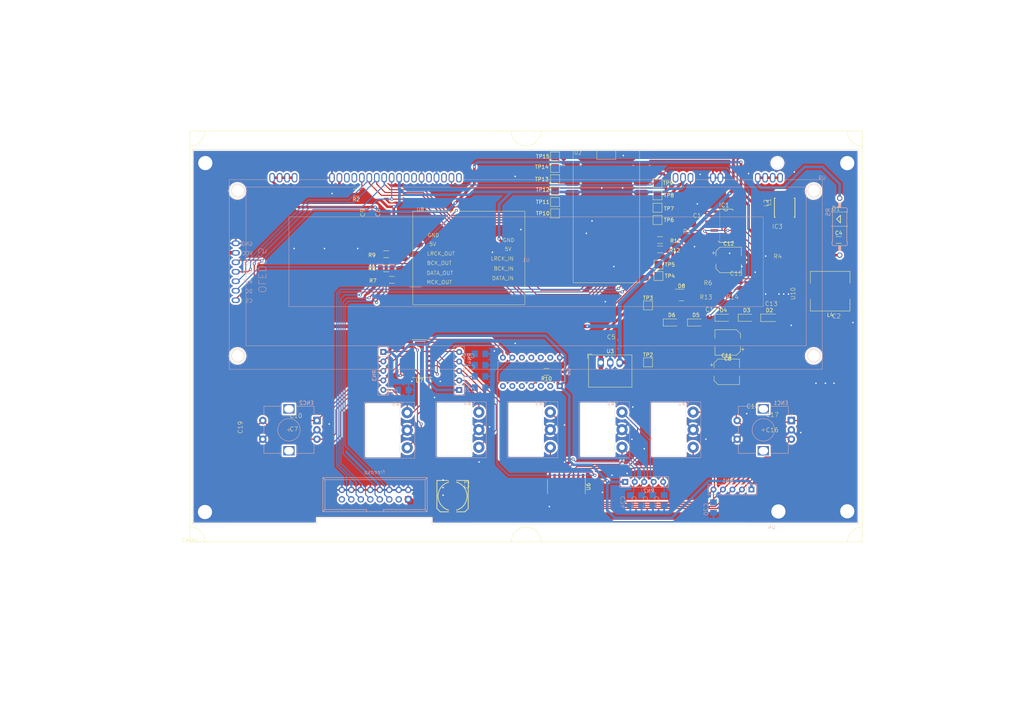
<source format=kicad_pcb>
(kicad_pcb (version 20221018) (generator pcbnew)
  (title_block (title "Control panel with Teensy4 and 192x64 VFD") (date "2024-01-08") (rev "1.0.0") (company "@mb") (comment 1 "Dimensions ???") (comment 2 "Buttons ???"))
  (layers (0 "F.Cu" mixed) (31 "B.Cu" mixed) (34 "B.Paste" user) (35 "F.Paste" user) (36 "B.SilkS" user "B.Silkscreen") (37 "F.SilkS" user "F.Silkscreen") (38 "B.Mask" user) (39 "F.Mask" user) (44 "Edge.Cuts" user))
  (net 0 "")
  (net 3 "/DISP_RESET")
  (net 10 "GND")
  (net 11 "+3.3V")
  (net 12 "+24V")
  (net 13 "Net-(U2-A0)")
  (net 14 "Net-(U2-A1)")
  (net 15 "Net-(U2-A6)")
  (net 16 "/MOSI")
  (net 17 "/DISP_CS")
  (net 19 "Net-(U2-A7)")
  (net 20 "Net-(U2-A8)")
  (net 21 "Net-(U5-~{RESET}{slash}PB3)")
  (net 22 "/SDA")
  (net 23 "Net-(U2-A9)")
  (net 24 "Net-(U2-5)")
  (net 25 "Net-(U2-4)")
  (net 26 "Net-(U2-3)")
  (net 27 "+5V")
  (net 28 "/SCLK")
  (net 29 "/DISP_DC")
  (net 30 "Net-(IC1A-I0)")
  (net 31 "Net-(IC3-VM)")
  (net 32 "Net-(D1-PadC)")
  (net 33 "VHG")
  (net 34 "Net-(IC1A-O)")
  (net 35 "Net-(IC1B-O)")
  (net 36 "Net-(IC1C-O)")
  (net 37 "/Power/FF_BLANK")
  (net 38 "Net-(IC1D-O)")
  (net 39 "VHP")
  (net 40 "Net-(IC3-OUT2)")
  (net 42 "/OUT1")
  (net 43 "/IN1")
  (net 44 "Net-(U4-MP8{slash}MDO)")
  (net 45 "/BCLK1")
  (net 46 "Net-(U4-MP11{slash}BCLK)")
  (net 47 "/LRCLK1")
  (net 48 "Net-(U4-MP10{slash}LRCLK)")
  (net 49 "F1")
  (net 50 "F2")
  (net 51 "Net-(U2-2)")
  (net 52 "Net-(U2-1)")
  (net 53 "Net-(U2-0)")
  (net 56 "/SCL")
  (net 62 "/inputs/SCL")
  (net 63 "/inputs/SDA")
  (net 64 "/inputs/enc1a")
  (net 65 "/inputs/enc1b")
  (net 66 "/inputs/enc1c")
  (net 67 "/inputs/enc2a")
  (net 68 "/inputs/enc2b")
  (net 69 "/inputs/enc2c")
  (net 72 "Net-(U5-PA5)")
  (net 73 "Net-(U5-PA4)")
  (net 74 "Net-(U6-Q7)")
  (net 75 "Net-(U6-~{PL})")
  (net 76 "/inputs/S1")
  (net 77 "/inputs/S2")
  (net 78 "/inputs/S3")
  (net 79 "/inputs/S4")
  (net 80 "/LRCK_OUT")
  (net 81 "/BCK_OUT")
  (net 82 "/DATA_OUT")
  (net 85 "Net-(C15-Pad1)")
  (net 86 "Net-(U10-FB)")
  (net 87 "Net-(D8-COM)")
  (net 88 "VH_EN")
  (net 90 "Net-(D2-K)")
  (net 91 "Net-(D2-A)")
  (net 92 "Net-(D3-K)")
  (net 93 "Net-(D5-K)")
  (net 94 "/inputs/S5")
  (net 95 "/inputs/S6")
  (net 96 "/inputs/S7")
  (net 97 "/inputs/S8")
  (net 98 "/inputs/S9")
  (net 99 "/inputs/S10")
  (net 100 "Net-(U1-TEST)")
  (footprint "TestPoint:TestPoint_Pad_2.0x2.0mm" (layer "F.Cu") (at 185.166 68.834)
    (fp_text reference "TP6")
    (fp_text value "TestPoint" hide)
  )
  (footprint "VFD-Power:C1206" (layer "F.Cu") (at 106.172 70.612 -90)
    (fp_text reference "C9")
    (fp_text value "1u")
  )
  (footprint "VFD-Power:C1206" (layer "F.Cu") (at 110.236 70.612 -90)
    (fp_text reference "C6")
    (fp_text value "100n")
  )
  (footprint "Resistor_SMD:R_1206_3216Metric_Pad1.30x1.75mm_HandSolder" (layer "F.Cu") (at 114.046 84.836 180)
    (fp_text reference "R7")
    (fp_text value "100")
  )
  (footprint "Capacitor_SMD:CP_Elec_6.3x5.8" (layer "F.Cu") (at 203.962 101.6 180)
    (fp_text reference "C8")
    (fp_text value "47u/35v")
  )
  (footprint "VFD-Power:R1206" (layer "F.Cu") (at 198.628 88.9 180)
    (fp_text reference "R13")
    (fp_text value "91k")
  )
  (footprint "Converter_DCDC:Converter_DCDC_RECOM_R-78B-2.0_THT" (layer "F.Cu") (at 169.9685 107.0125)
    (fp_text reference "U3")
    (fp_text value "R-78B5.0-2.0")
  )
  (footprint "VFD-Power:C1206" (layer "F.Cu") (at 212.598 90.678 180)
    (fp_text reference "C13")
    (fp_text value "1u/100v")
  )
  (footprint "TestPoint:TestPoint_Pad_2.0x2.0mm" (layer "F.Cu") (at 185.42 83.82)
    (fp_text reference "TP4")
    (fp_text value "TestPoint" hide)
  )
  (footprint "Resistor_SMD:R_1206_3216Metric_Pad1.30x1.75mm_HandSolder" (layer "F.Cu") (at 104.5 61.5 180)
    (fp_text reference "R2")
    (fp_text value "100k")
  )
  (footprint "VFD-Power:C1206" (layer "F.Cu") (at 87.884 123.19)
    (fp_text reference "C10")
    (fp_text value "10n")
  )
  (footprint "VFD-Power:C1206" (layer "F.Cu") (at 205.74 85.09)
    (fp_text reference "C15")
    (fp_text value "1u/100v")
  )
  (footprint "VFD-Power:R1206" (layer "F.Cu") (at 193.294 69.85 180)
    (fp_text reference "R1")
    (fp_text value "2.7k")
  )
  (footprint "Resistor_SMD:R_1206_3216Metric_Pad1.30x1.75mm_HandSolder" (layer "F.Cu") (at 112.522 81.788 180)
    (fp_text reference "R8")
    (fp_text value "100")
  )
  (footprint "VFD-Power:R1206" (layer "F.Cu") (at 198.628 85.09 180)
    (fp_text reference "R6")
    (fp_text value "1k")
  )
  (footprint "TestPoint:TestPoint_Pad_2.0x2.0mm" (layer "F.Cu") (at 185.166 58.928)
    (fp_text reference "TP9")
    (fp_text value "TestPoint" hide)
  )
  (footprint "Diode_SMD:Nexperia_CFP3_SOD-123W" (layer "F.Cu") (at 188.976 96.266)
    (fp_text reference "D6")
    (fp_text value "1N4448W")
  )
  (footprint "VFD-Power:C1206" (layer "F.Cu") (at 215.392 127)
    (fp_text reference "C16")
    (fp_text value "10n")
  )
  (footprint "VFD-Power:C1206" (layer "F.Cu") (at 207.642 118.11 180)
    (fp_text reference "C18")
    (fp_text value "10n")
  )
  (footprint "VFD-Power:R1206" (layer "F.Cu") (at 217.424 80.518)
    (fp_text reference "R4")
    (fp_text value "2.7k")
  )
  (footprint "Package_SO:SO-16_3.9x9.9mm_P1.27mm" (layer "F.Cu") (at 121.412 105.918 180)
    (fp_text reference "U7")
    (fp_text value "74HC165")
  )
  (footprint "Diode_SMD:Nexperia_CFP3_SOD-123W" (layer "F.Cu") (at 209.042 94.996)
    (fp_text reference "D3")
    (fp_text value "1N4448W")
  )
  (footprint "Capacitor_SMD:C_1206_3216Metric_Pad1.33x1.80mm_HandSolder" (layer "F.Cu") (at 233.68 74.168)
    (fp_text reference "C4")
    (fp_text value "1u")
  )
  (footprint "Resistor_SMD:R_1206_3216Metric_Pad1.30x1.75mm_HandSolder" (layer "F.Cu") (at 185.865 74.198 180)
    (fp_text reference "R11")
    (fp_text value "2.2k")
  )
  (footprint "TestPoint:TestPoint_Pad_2.0x2.0mm" (layer "F.Cu") (at 185.42 80.772)
    (fp_text reference "TP5")
    (fp_text value "TestPoint" hide)
  )
  (footprint "VFDs-Library:CaseDD" (layer "F.Cu") (at 150 100)
    (fp_text reference "Case1")
    (fp_text value "~")
  )
  (footprint "TestPoint:TestPoint_Pad_2.0x2.0mm" (layer "F.Cu") (at 182.626 91.694)
    (fp_text reference "TP3")
    (fp_text value "+3.3V")
  )
  (footprint "VFD-Power:C1206" (layer "F.Cu") (at 233.172 96.52)
    (fp_text reference "C2")
    (fp_text value "100n")
  )
  (footprint "TestPoint:TestPoint_Pad_2.0x2.0mm" (layer "F.Cu") (at 157.734 57.912)
    (fp_text reference "TP13")
    (fp_text value "TestPoint" hide)
  )
  (footprint "VFD-Power:C1206" (layer "F.Cu") (at 172.844 102.108)
    (fp_text reference "C5")
    (fp_text value "C-EUC1206")
  )
  (footprint "VFD-Power:153CLV-0807" (layer "F.Cu") (at 130.302 142.746 -90)
    (fp_text reference "C3")
    (fp_text value "10u")
  )
  (footprint "Inductor_SMD:L_10.4x10.4_H4.8" (layer "F.Cu") (at 231.394 87.884 180)
    (fp_text reference "L4")
    (fp_text value "22uH")
  )
  (footprint "VFD-Power:SM-NE45" (layer "F.Cu") (at 213.868 65.024 -90)
    (fp_text reference "L1")
    (fp_text value "SM-NE45")
  )
  (footprint "TestPoint:TestPoint_Pad_2.0x2.0mm" (layer "F.Cu") (at 182.626 106.934)
    (fp_text reference "TP2")
    (fp_text value "+5V")
  )
  (footprint "VFDs-Library:CS8421-breakout-smd" (layer "F.Cu") (at 134.366 79.194)
    (fp_text reference "U8")
    (fp_text value "CS8421")
  )
  (footprint "Capacitor_SMD:CP_Elec_6.3x5.8" (layer "F.Cu") (at 203.708 109.474)
    (fp_text reference "C11")
    (fp_text value "4.7u/100v")
  )
  (footprint "VFD-Power:C1206" (layer "F.Cu") (at 75.438 124.838 90)
    (fp_text reference "C19")
    (fp_text value "10n")
  )
  (footprint "TestPoint:TestPoint_Pad_2.0x2.0mm" (layer "F.Cu") (at 157.734 67.056)
    (fp_text reference "TP10")
    (fp_text value "TestPoint" hide)
  )
  (footprint "VFD-Power:SO8" (layer "F.Cu") (at 218.948 88.646 180)
    (fp_text reference "U10")
    (fp_text value "~")
  )
  (footprint "VFDs-Library:Teensy4.0_smd" (layer "F.Cu") (at 163.848 51.328)
    (fp_text reference "U2")
    (fp_text value "~")
  )
  (footprint "VFD-Power:SO14" (layer "F.Cu") (at 203.454 70.358 -90)
    (fp_text reference "IC1")
    (fp_text value "74132D")
  )
  (footprint "TestPoint:TestPoint_Pad_2.0x2.0mm" (layer "F.Cu") (at 157.734 60.96)
    (fp_text reference "TP12")
    (fp_text value "TestPoint" hide)
  )
  (footprint "TestPoint:TestPoint_Pad_2.0x2.0mm" (layer "F.Cu") (at 157.734 51.816)
    (fp_text reference "TP15")
    (fp_text value "TestPoint" hide)
  )
  (footprint "TestPoint:TestPoint_Pad_2.0x2.0mm" (layer "F.Cu") (at 157.734 64.008)
    (fp_text reference "TP11")
    (fp_text value "TestPoint" hide)
  )
  (footprint "Diode_SMD:Nexperia_CFP3_SOD-123W" (layer "F.Cu") (at 202.822 94.996)
    (fp_text reference "D4")
    (fp_text value "1N4448W")
  )
  (footprint "TestPoint:TestPoint_Pad_2.0x2.0mm" (layer "F.Cu") (at 157.734 54.864)
    (fp_text reference "TP14")
    (fp_text value "TestPoint" hide)
  )
  (footprint "Resistor_SMD:R_1206_3216Metric_Pad1.30x1.75mm_HandSolder" (layer "F.Cu") (at 185.865 76.708 180)
    (fp_text reference "R12")
    (fp_text value "2.2k")
  )
  (footprint "Package_SO:SO-16_3.9x9.9mm_P1.27mm" (layer "F.Cu") (at 160.782 140.208 -90)
    (fp_text reference "U6")
    (fp_text value "74HC165")
  )
  (footprint "VFD-Power:SO8" (layer "F.Cu") (at 217.678 74.422 -90)
    (fp_text reference "IC3")
    (fp_text value "ZXBM5210")
  )
  (footprint "Resistor_SMD:R_1206_3216Metric_Pad1.30x1.75mm_HandSolder" (layer "F.Cu") (at 155.448 109.474 180)
    (fp_text reference "R10")
    (fp_text value "100")
  )
  (footprint "VFD-Power:MS85" (layer "F.Cu") (at 219.202 65.532 180)
    (fp_text reference "L2")
    (fp_text value "MS85")
  )
  (footprint "VFD-Power:C1206" (layer "F.Cu") (at 87.884 126.746)
    (fp_text reference "C7")
    (fp_text value "10n")
  )
  (footprint "VFD-Power:R1206" (layer "F.Cu") (at 205.74 88.9 180)
    (fp_text reference "R14")
    (fp_text value "2k")
  )
  (footprint "Diode_SMD:Nexperia_CFP3_SOD-123W" (layer "F.Cu") (at 195.456 96.266)
    (fp_text reference "D5")
    (fp_text value "1N4448W")
  )
  (footprint "VFD-Power:SMB" (layer "F.Cu") (at 233.934 68.58)
    (fp_text reference "D1")
    (fp_text value "DIODE-SMB")
  )
  (footprint "TestPoint:TestPoint_Pad_2.0x2.0mm" (layer "F.Cu") (at 185.166 62.23)
    (fp_text reference "TP8")
    (fp_text value "TestPoint" hide)
  )
  (footprint "VFD-Power:C1206" (layer "F.Cu") (at 193.294 67.056 180)
    (fp_text reference "C1")
    (fp_text value "4.7n")
  )
  (footprint "Diode_SMD:D_SOD-123" (layer "F.Cu") (at 215.138 94.996)
    (fp_text reference "D2")
    (fp_text value "1N4448W")
  )
  (footprint "Resistor_SMD:R_1206_3216Metric_Pad1.30x1.75mm_HandSolder" (layer "F.Cu") (at 112.522 77.978 180)
    (fp_text reference "R9")
    (fp_text value "100")
  )
  (footprint "Package_TO_SOT_SMD:SOT-23" (layer "F.Cu") (at 191.5945 88.9)
    (fp_text reference "D8")
    (fp_text value "BAT54S")
  )
  (footprint "VFD-Power:C1206" (layer "F.Cu") (at 215.392 122.936)
    (fp_text reference "C17")
    (fp_text value "10n")
  )
  (footprint "VFD-Power:C1206" (layer "F.Cu") (at 196.596 92.202 180)
    (fp_text reference "C14")
    (fp_text value "1u/100v")
  )
  (footprint "TestPoint:TestPoint_Pad_2.0x2.0mm" (layer "F.Cu") (at 185.166 65.532)
    (fp_text reference "TP7")
    (fp_text value "TestPoint" hide)
  )
  (footprint "Capacitor_SMD:CP_Elec_6.3x5.8" (layer "F.Cu") (at 204.216 79.502)
    (fp_text reference "C12")
    (fp_text value "4.7u/100v")
  )
  (footprint "Resistor_THT:R_Array_SIP5" (layer "B.Cu") (at 176.53 138.938)
    (fp_text reference "RN2")
    (fp_text value "R_Network04")
  )
  (footprint "VFD-Power:C1206" (layer "B.Cu") (at 137.668 110.6816)
    (fp_text reference "C27")
    (fp_text value "10n")
  )
  (footprint "Resistor_THT:R_Array_SIP5" (layer "B.Cu") (at 210.312 140.97 180)
    (fp_text reference "RN1")
    (fp_text value "R_Network04")
  )
  (footprint "VFD-Power:C1206" (layer "B.Cu") (at 137.668 107.696)
    (fp_text reference "C25")
    (fp_text value "10n")
  )
  (footprint "Rotary_Encoder:RotaryEncoder_Alps_EC12E-Switch_Vertical_H20mm" (layer "B.Cu") (at 221 122.5 180)
    (fp_text reference "ENC1")
    (fp_text value "RotaryEncoder_Switch")
  )
  (footprint "VFD-Power:0411_15" (layer "B.Cu") (at 233.934 70.612 -90)
    (fp_text reference "R5")
    (fp_text value "22")
  )
  (footprint "VFD-Power:C1206" (layer "B.Cu") (at 117.094 114.3)
    (fp_text reference "C28")
    (fp_text value "10n")
  )
  (footprint "FreeDSP:FreeDSP-allinone" (layer "B.Cu") (at 220.758 150.069 180)
    (fp_text reference "U4")
    (fp_text value "~")
  )
  (footprint "VFDs-Library:OLED5.5" (layer "B.Cu") (at 229.257527 58.012 180)
    (fp_text reference "U9")
    (fp_text value "~")
  )
  (footprint "VFDs-Library:SwitchMS500Ecut" (layer "B.Cu") (at 130.838 124.968 180)
    (fp_text reference "SW4")
    (fp_text value "SW_DPDT_x2")
    (fp_rect (start -4.5 7) (end 4.5 -7) (stroke (width 0.05)) (fill none) (layer "Edge.Cuts"))
  )
  (footprint "Package_DIP:DIP-14_W7.62mm" (layer "B.Cu") (at 159.004 113.284 90)
    (fp_text reference "U5")
    (fp_text value "ATtiny84A-P")
  )
  (footprint "Rotary_Encoder:RotaryEncoder_Alps_EC12E-Switch_Vertical_H20mm" (layer "B.Cu") (at 94 122.5 180)
    (fp_text reference "ENC2")
    (fp_text value "RotaryEncoder_Switch")
  )
  (footprint "VFD-Power:C1206" (layer "B.Cu") (at 137.668 113.6984)
    (fp_text reference "C26")
    (fp_text value "10n")
  )
  (footprint "VFD-Power:C1206" (layer "B.Cu") (at 183.9272 143.894 -90)
    (fp_text reference "C22")
    (fp_text value "10n")
  )
  (footprint "Resistor_THT:R_Array_SIP5" (layer "B.Cu") (at 132.08 114.32 90)
    (fp_text reference "RN4")
    (fp_text value "R_Network04")
  )
  (footprint "VFDs-Library:SwitchMS500Ecut" (layer "B.Cu") (at 169.164 124.968 180)
    (fp_text reference "SW2")
    (fp_text value "SW_DPDT_x2")
    (fp_rect (start -4.5 7) (end 4.5 -7) (stroke (width 0.05)) (fill none) (layer "Edge.Cuts"))
  )
  (footprint "VFDs-Library:SwitchMS500Ecut" (layer "B.Cu") (at 188.214 124.968 180)
    (fp_text reference "SW1")
    (fp_text value "SW_DPDT_x2")
    (fp_rect (start -4.5 7) (end 4.5 -7) (stroke (width 0.05)) (fill none) (layer "Edge.Cuts"))
  )
  (footprint "VFDs-Library:GP1294AI" (layer "B.Cu") (at 150 80 180)
    (fp_text reference "U1")
    (fp_text value "~")
  )
  (footprint "VFD-Power:C1206" (layer "B.Cu") (at 186.944 143.894 -90)
    (fp_text reference "C21")
    (fp_text value "10n")
  )
  (footprint "VFD-Power:C1206" (layer "B.Cu") (at 177.8936 143.894 -90)
    (fp_text reference "C24")
    (fp_text value "10n")
  )
  (footprint "Resistor_THT:R_Array_SIP5" (layer "B.Cu") (at 111.76 104.14 -90)
    (fp_text reference "RN3")
    (fp_text value "R_Network04")
  )
  (footprint "VFD-Power:C1206" (layer "B.Cu") (at 137.668 104.648)
    (fp_text reference "C29")
    (fp_text value "10n")
  )
  (footprint "VFDs-Library:SwitchMS500Ecut" (layer "B.Cu") (at 111.656 125.096 180)
    (fp_text reference "SW5")
    (fp_text value "SW_DPDT_x2")
    (fp_rect (start -4.5 7) (end 4.5 -7) (stroke (width 0.05)) (fill none) (layer "Edge.Cuts"))
  )
  (footprint "VFD-Power:C1206" (layer "B.Cu") (at 180.9104 143.894 -90)
    (fp_text reference "C23")
    (fp_text value "10n")
  )
  (footprint "VFD-Power:C1206" (layer "B.Cu") (at 200.152 145.796 -90)
    (fp_text reference "C20")
    (fp_text value "10n")
  )
  (footprint "VFDs-Library:SwitchMS500Ecut" (layer "B.Cu") (at 149.97302 124.958285 180)
    (fp_text reference "SW3")
    (fp_text value "SW_DPDT_x2")
    (fp_rect (start -4.5 7) (end 4.5 -7) (stroke (width 0.05)) (fill none) (layer "Edge.Cuts"))
  )
  (gr_line (start 239.014 50.038) (end 239.014 50.546) (stroke (width 0.1)) (layer "Edge.Cuts"))
  (gr_line (start 60.706 50.038) (end 94.742 50.038) (stroke (width 0.1)) (layer "Edge.Cuts"))
  (gr_line (start 60.706 150.114) (end 60.706 50.038) (stroke (width 0.1)) (layer "Edge.Cuts"))
  (gr_circle (center 72.737365 105.215953) (end 74.837365 105.215953) (stroke (width 0.1)) (fill none) (layer "Edge.Cuts"))
  (gr_line (start 133.858 50.038) (end 239.014 50.038) (stroke (width 0.1)) (layer "Edge.Cuts"))
  (gr_line (start 124.714 150.114) (end 124.714 148.59) (stroke (width 0.1)) (layer "Edge.Cuts"))
  (gr_circle (center 226.98013 105.205208) (end 229.08013 105.205208) (stroke (width 0.1)) (fill none) (layer "Edge.Cuts"))
  (gr_circle (center 226.973214 61.056261) (end 229.073214 61.056261) (stroke (width 0.1)) (fill none) (layer "Edge.Cuts"))
  (gr_circle (center 72.719997 61.031035) (end 74.819997 61.031035) (stroke (width 0.1)) (fill none) (layer "Edge.Cuts"))
  (gr_line (start 94.742 50.038) (end 133.858 50.038) (stroke (width 0.1)) (layer "Edge.Cuts"))
  (gr_line (start 124.714 150.114) (end 239.014 150.114) (stroke (width 0.1)) (layer "Edge.Cuts"))
  (gr_circle (center 217.260662 53.571199) (end 218.860662 53.571199) (stroke (width 0.1)) (fill none) (layer "Edge.Cuts"))
  (gr_line (start 124.714 148.59) (end 93.98 148.59) (stroke (width 0.1)) (layer "Edge.Cuts"))
  (gr_line (start 93.98 150.114) (end 60.706 150.114) (stroke (width 0.1)) (layer "Edge.Cuts"))
  (gr_line (start 239.014 50.546) (end 239.014 150.114) (stroke (width 0.1)) (layer "Edge.Cuts"))
  (gr_line (start 97.79 50.038) (end 97.79 50.038) (stroke (width 0.1)) (layer "Edge.Cuts"))
  (gr_line (start 93.98 148.59) (end 93.98 150.114) (stroke (width 0.1)) (layer "Edge.Cuts"))
  (segment (start 164.338 87.63) (end 166.878 85.09) (width 0.3) (layer "F.Cu") (net 3))
  (segment (start 129.492627 69.518) (end 152.098626 69.518) (width 0.3) (layer "F.Cu") (net 3))
  (segment (start 152.098626 69.518) (end 152.654 70.073374) (width 0.3) (layer "F.Cu") (net 3))
  (segment (start 108 58.978) (end 111.252 62.23) (width 0.3) (layer "F.Cu") (net 3))
  (segment (start 122.204626 62.23) (end 129.492627 69.518) (width 0.3) (layer "F.Cu") (net 3))
  (segment (start 152.654 70.073374) (end 152.654 86.36) (width 0.3) (layer "F.Cu") (net 3))
  (segment (start 163.598 76.728) (end 162.348 76.728) (width 0.3) (layer "F.Cu") (net 3))
  (segment (start 108 57.5) (end 108 58.978) (width 0.3) (layer "F.Cu") (net 3))
  (segment (start 153.924 87.63) (end 164.338 87.63) (width 0.3) (layer "F.Cu") (net 3))
  (segment (start 111.252 62.23) (end 122.204626 62.23) (width 0.3) (layer "F.Cu") (net 3))
  (segment (start 166.878 85.09) (end 166.878 80.008) (width 0.3) (layer "F.Cu") (net 3))
  (segment (start 152.654 86.36) (end 153.924 87.63) (width 0.3) (layer "F.Cu") (net 3))
  (segment (start 166.878 80.008) (end 163.598 76.728) (width 0.3) (layer "F.Cu") (net 3))
  (segment (start 108 57.5) (end 108 58) (width 0.3) (layer "B.Cu") (net 3))
  (segment (start 74.93 80.179344) (end 74.93 83.058) (width 0.3) (layer "B.Cu") (net 3))
  (segment (start 108 58) (end 102.546 63.454) (width 0.3) (layer "B.Cu") (net 3))
  (segment (start 91.655344 63.454) (end 74.93 80.179344) (width 0.3) (layer "B.Cu") (net 3))
  (segment (start 72.765528 85.222472) (end 72.25084 85.222472) (width 0.3) (layer "B.Cu") (net 3))
  (segment (start 102.546 63.454) (end 91.655344 63.454) (width 0.3) (layer "B.Cu") (net 3))
  (segment (start 74.93 83.058) (end 72.765528 85.222472) (width 0.3) (layer "B.Cu") (net 3))
  (segment (start 191.894 65.916) (end 192.786 65.024) (width 0.3) (layer "F.Cu") (net 10))
  (segment (start 191.894 67.056) (end 191.894 65.916) (width 0.3) (layer "F.Cu") (net 10))
  (via (at 156.21 145.542) (size 0.8) (drill 0.4) (layers "F.Cu" "B.Cu") (net 10))
  (via (at 181.61 130.048) (size 0.8) (drill 0.4) (layers "F.Cu" "B.Cu") (net 10))
  (via (at 230.124 112.522) (size 0.8) (drill 0.4) (layers "F.Cu" "B.Cu") (net 10))
  (via (at 227.584 112.522) (size 0.8) (drill 0.4) (layers "F.Cu" "B.Cu") (net 10))
  (via (at 166.116 72.39) (size 0.8) (drill 0.4) (layers "F.Cu" "B.Cu") (net 10))
  (via (at 64.014276 147.004204) (size 5) (drill 3.8) (layers "F.Cu" "B.Cu") (net 10))
  (via (at 235.966 53.594) (size 5) (drill 3.8) (layers "F.Cu" "B.Cu") (net 10))
  (via (at 175.82898 60.24) (size 0.8) (drill 0.4) (layers "F.Cu" "B.Cu") (net 10))
  (via (at 167.64 69.088) (size 0.8) (drill 0.4) (layers "F.Cu" "B.Cu") (net 10))
  (via (at 209.55 56.388) (size 0.8) (drill 0.4) (layers "F.Cu" "B.Cu") (net 10))
  (via (at 140.97 77.47) (size 0.8) (drill 0.4) (layers "F.Cu" "B.Cu") (net 10))
  (via (at 220.98 97.028) (size 0.8) (drill 0.4) (layers "F.Cu" "B.Cu") (net 10))
  (via (at 207.772 81.28) (size 0.8) (drill 0.4) (layers "F.Cu" "B.Cu") (net 10))
  (via (at 140.208 124.206) (size 0.8) (drill 0.4) (layers "F.Cu" "B.Cu") (net 10))
  (via (at 217.528856 146.853391) (size 5) (drill 3.8) (layers "F.Cu" "B.Cu") (net 10))
  (via (at 204.47 77.724) (size 0.8) (drill 0.4) (layers "F.Cu" "B.Cu") (net 10))
  (via (at 127 112.014) (size 0.8) (drill 0.4) (layers "F.Cu" "B.Cu") (net 10))
  (via (at 98.044 61.722) (size 0.8) (drill 0.4) (layers "F.Cu" "B.Cu") (net 10))
  (via (at 173.482 81.28) (size 0.8) (drill 0.4) (layers "F.Cu" "B.Cu") (net 10))
  (via (at 104.902 76.454) (size 0.8) (drill 0.4) (layers "F.Cu" "B.Cu") (net 10))
  (via (at 127.762 138.43) (size 0.8) (drill 0.4) (layers "F.Cu" "B.Cu") (net 10))
  (via (at 160.27107 133.646) (size 0.8) (drill 0.4) (layers "F.Cu" "B.Cu") (net 10))
  (via (at 178.308 127.508) (size 0.8) (drill 0.4) (layers "F.Cu" "B.Cu") (net 10))
  (via (at 119.38 112.014) (size 0.8) (drill 0.4) (layers "F.Cu" "B.Cu") (net 10))
  (via (at 209.042 120.65) (size 0.8) (drill 0.4) (layers "F.Cu" "B.Cu") (net 10))
  (via (at 96.012 76.454) (size 0.8) (drill 0.4) (layers "F.Cu" "B.Cu") (net 10))
  (via (at 172.974 137.16) (size 0.8) (drill 0.4) (layers "F.Cu" "B.Cu") (net 10))
  (via (at 176.022 51.562) (size 0.8) (drill 0.4) (layers "F.Cu" "B.Cu") (net 10))
  (via (at 170.434 141.732) (size 0.8) (drill 0.4) (layers "F.Cu" "B.Cu") (net 10))
  (via (at 177.038 136.652) (size 0.8) (drill 0.4) (layers "F.Cu" "B.Cu") (net 10))
  (via (at 64.104279 53.582403) (size 5) (drill 3.8) (layers "F.Cu" "B.Cu") (net 10))
  (via (at 214.122 78.486) (size 0.8) (drill 0.4) (layers "F.Cu" "B.Cu") (net 10))
  (via (at 147.066 101.854) (size 0.8) (drill 0.4) (layers "F.Cu" "B.Cu") (net 10))
  (via (at 232.41 112.522) (size 0.8) (drill 0.4) (layers "F.Cu" "B.Cu") (net 10))
  (via (at 178.562 118.872) (size 0.8) (drill 0.4) (layers "F.Cu" "B.Cu") (net 10))
  (via (at 160.274 123.698) (size 0.8) (drill 0.4) (layers "F.Cu" "B.Cu") (net 10))
  (via (at 220.218 88.646) (size 0.8) (drill 0.4) (layers "F.Cu" "B.Cu") (net 10))
  (via (at 223.52 125.73) (size 0.8) (drill 0.4) (layers "F.Cu" "B.Cu") (net 10))
  (via (at 87.884 76.454) (size 0.8) (drill 0.4) (layers "F.Cu" "B.Cu") (net 10))
  (via (at 127.762 140.462) (size 0.8) (drill 0.4) (layers "F.Cu" "B.Cu") (net 10))
  (via (at 214.122 88.646) (size 0.8) (drill 0.4) (layers "F.Cu" "B.Cu") (net 10))
  (via (at 195.834 64.516) (size 0.8) (drill 0.4) (layers "F.Cu" "B.Cu") (net 10))
  (via (at 148.59 71.374) (size 0.8) (drill 0.4) (layers "F.Cu" "B.Cu") (net 10))
  (via (at 195.072 75.946) (size 0.8) (drill 0.4) (layers "F.Cu" "B.Cu") (net 10))
  (via (at 237.49 96.266) (size 0.8) (drill 0.4) (layers "F.Cu" "B.Cu") (net 10))
  (via (at 198.12 127.508) (size 0.8) (drill 0.4) (layers "F.Cu" "B.Cu") (net 10))
  (via (at 125.476 116.332) (size 0.8) (drill 0.4) (layers "F.Cu" "B.Cu") (net 10))
  (via (at 137.414 133.604) (size 0.8) (drill 0.4) (layers "F.Cu" "B.Cu") (net 10))
  (via (at 97.282 123.444) (size 0.8) (drill 0.4) (layers "F.Cu" "B.Cu") (net 10))
  (via (at 218.948 88.646) (size 0.8) (drill 0.4) (layers "F.Cu" "B.Cu") (net 10))
  (via (at 171.196 90.678) (size 0.8) (drill 0.4) (layers "F.Cu" "B.Cu") (net 10))
  (via (at 147.066 57.15) (size 0.8) (drill 0.4) (layers "F.Cu" "B.Cu") (net 10))
  (via (at 221.783042 55.943086) (size 0.8) (drill 0.4) (layers "F.Cu" "B.Cu") (net 10))
  (via (at 211.328 82.804) (size 0.8) (drill 0.4) (layers "F.Cu" "B.Cu") (net 10))
  (via (at 170.248605 60.24) (size 0.8) (drill 0.4) (layers "F.Cu" "B.Cu") (net 10))
  (via (at 127.762 142.494) (size 0.8) (drill 0.4) (layers "F.Cu" "B.Cu") (net 10))
  (via (at 235.966 146.812) (size 5) (drill 3.8) (layers "F.Cu" "B.Cu") (net 10))
  (via (at 141.478 103.886) (size 0.8) (drill 0.4) (layers "F.Cu" "B.Cu") (net 10))
  (via (at 196.596 56.6) (size 0.8) (drill 0.4) (layers "F.Cu" "B.Cu") (net 10))
  (via (at 217.678 88.646) (size 0.8) (drill 0.4) (layers "F.Cu" "B.Cu") (net 10))
  (segment (start 183.9272 145.294) (end 183.9272 147.2888) (width 0.3) (layer "B.Cu") (net 10))
  (segment (start 139.068 113.6984) (end 140.6224 113.6984) (width 0.3) (layer "B.Cu") (net 10))
  (segment (start 177.8936 145.294) (end 177.8936 147.1596) (width 0.3) (layer "B.Cu") (net 10))
  (segment (start 139.068 110.6816) (end 140.9076 110.6816) (width 0.3) (layer "B.Cu") (net 10))
  (segment (start 180.9104 145.294) (end 180.9104 147.0036) (width 0.3) (layer "B.Cu") (net 10))
  (segment (start 139.068 107.696) (end 140.97 107.696) (width 0.3) (layer "B.Cu") (net 10))
  (segment (start 139.068 104.648) (end 140.97 104.648) (width 0.3) (layer "B.Cu") (net 10))
  (segment (start 158.496 112.776) (end 159.004 113.284) (width 0.7) (layer "F.Cu") (net 11))
  (segment (start 111.1 63.5) (end 112.878 65.278) (width 0.7) (layer "F.Cu") (net 11))
  (segment (start 187.415 76.708) (end 187.415 74.198) (width 0.7) (layer "F.Cu") (net 11))
  (segment (start 102.156 60.706) (end 102.95 61.5) (width 0.7) (layer "F.Cu") (net 11))
  (segment (start 116.459 110.363) (end 116.332 110.49) (width 0.3) (layer "F.Cu") (net 11))
  (segment (start 149.606 76.654) (end 145.488 76.654) (width 0.7) (layer "F.Cu") (net 11))
  (segment (start 113.408 74.038) (end 113.408 69.212) (width 0.7) (layer "F.Cu") (net 11))
  (segment (start 104 63.5) (end 111.1 63.5) (width 0.7) (layer "F.Cu") (net 11))
  (segment (start 180.467 89.535) (end 160.528 109.474) (width 0.7) (layer "F.Cu") (net 11))
  (segment (start 106.3348 69.212) (end 110.236 69.212) (width 0.7) (layer "F.Cu") (net 11))
  (segment (start 158.496 110.972) (end 158.496 112.776) (width 0.7) (layer "F.Cu") (net 11))
  (segment (start 102.95 61.5) (end 102.95 62.45) (width 0.7) (layer "F.Cu") (net 11))
  (segment (start 118.837 109.093) (end 116.459 109.093) (width 0.3) (layer "F.Cu") (net 11))
  (segment (start 187.415 61.705) (end 188.910684 61.705) (width 0.7) (layer "F.Cu") (net 11))
  (segment (start 113.408 69.212) (end 110.236 69.212) (width 0.7) (layer "F.Cu") (net 11))
  (segment (start 188.910684 61.705) (end 192 58.615684) (width 0.7) (layer "F.Cu") (net 11))
  (segment (start 187.415 76.708) (end 188.468 76.708) (width 0.7) (layer "F.Cu") (net 11))
  (segment (start 101.092 60.706) (end 102.156 60.706) (width 0.7) (layer "F.Cu") (net 11))
  (segment (start 100 59.614) (end 101.092 60.706) (width 0.7) (layer "F.Cu") (net 11))
  (segment (start 102.95 62.45) (end 104 63.5) (width 0.7) (layer "F.Cu") (net 11))
  (segment (start 186.69 56.388) (end 180.848 56.388) (width 0.7) (layer "F.Cu") (net 11))
  (segment (start 182.626 91.694) (end 180.467 89.535) (width 0.7) (layer "F.Cu") (net 11))
  (segment (start 112.878 65.278) (end 114.554 65.278) (width 0.7) (layer "F.Cu") (net 11))
  (segment (start 163.957 142.783) (end 165.735 142.783) (width 0.3) (layer "F.Cu") (net 11))
  (segment (start 145.488 76.654) (end 142.748003 73.914003) (width 0.7) (layer "F.Cu") (net 11))
  (segment (start 189.23 77.47) (end 189.23 84.836) (width 0.7) (layer "F.Cu") (net 11))
  (segment (start 114.554 65.278) (end 114.554 68.066) (width 0.7) (layer "F.Cu") (net 11))
  (segment (start 181.864 88.138) (end 180.467 89.535) (width 0.7) (layer "F.Cu") (net 11))
  (segment (start 192 58.615684) (end 192 57.5) (width 0.7) (layer "F.Cu") (net 11))
  (segment (start 165.227 142.783) (end 163.957 142.783) (width 0.3) (layer "F.Cu") (net 11))
  (segment (start 120.396 75.384) (end 114.754 75.384) (width 0.7) (layer "F.Cu") (net 11))
  (segment (start 185.928 88.138) (end 181.864 88.138) (width 0.7) (layer "F.Cu") (net 11))
  (segment (start 187.415 61.705) (end 187.415 57.113) (width 0.7) (layer "F.Cu") (net 11))
  (segment (start 100 57.5) (end 100 59.614) (width 0.7) (layer "F.Cu") (net 11))
  (segment (start 116.459 109.093) (end 116.459 110.363) (width 0.3) (layer "F.Cu") (net 11))
  (segment (start 156.998 109.474) (end 158.496 110.972) (width 0.7) (layer "F.Cu") (net 11))
  (segment (start 114.754 75.384) (end 113.408 74.038) (width 0.7) (layer "F.Cu") (net 11))
  (segment (start 189.23 84.836) (end 185.928 88.138) (width 0.7) (layer "F.Cu") (net 11))
  (segment (start 114.554 68.066) (end 113.408 69.212) (width 0.7) (layer "F.Cu") (net 11))
  (segment (start 187.415 74.198) (end 187.415 61.705) (width 0.7) (layer "F.Cu") (net 11))
  (segment (start 169.834 138.684) (end 171.704 138.684) (width 0.3) (layer "F.Cu") (net 11))
  (segment (start 118.837 110.363) (end 116.459 110.363) (width 0.3) (layer "F.Cu") (net 11))
  (segment (start 165.735 142.783) (end 169.834 138.684) (width 0.3) (layer "F.Cu") (net 11))
  (segment (start 188.468 76.708) (end 189.23 77.47) (width 0.7) (layer "F.Cu") (net 11))
  (segment (start 187.415 57.113) (end 186.69 56.388) (width 0.7) (layer "F.Cu") (net 11))
  (segment (start 160.528 109.474) (end 156.998 109.474) (width 0.7) (layer "F.Cu") (net 11))
  (via (at 171.704 138.684) (size 0.8) (drill 0.4) (layers "F.Cu" "B.Cu") (net 11))
  (via (at 116.332 110.49) (size 0.8) (drill 0.4) (layers "F.Cu" "B.Cu") (net 11))
  (via (at 114.554 65.278) (size 0.8) (drill 0.4) (layers "F.Cu" "B.Cu") (net 11))
  (via (at 142.748003 73.914003) (size 0.8) (drill 0.4) (layers "F.Cu" "B.Cu") (net 11))
  (segment (start 146.05 61.302) (end 142.748003 64.603997) (width 0.7) (layer "B.Cu") (net 11))
  (segment (start 160.408 111.88) (end 160.408 105.082444) (width 0.7) (layer "B.Cu") (net 11))
  (segment (start 118.86 102.12) (end 115.316 105.664) (width 0.7) (layer "B.Cu") (net 11))
  (segment (start 192 59.968) (end 192 57.5) (width 0.7) (layer "B.Cu") (net 11))
  (segment (start 117.69 62.064) (end 134.823292 62.064) (width 0.7) (layer "B.Cu") (net 11))
  (segment (start 116 57.5) (end 116 58.4) (width 0.7) (layer "B.Cu") (net 11))
  (segment (start 155.147556 99.822) (end 125.984 99.822) (width 0.7) (layer "B.Cu") (net 11))
  (segment (start 116.078 58.478) (end 116.078 64.262) (width 0.7) (layer "B.Cu") (net 11))
  (segment (start 209.526 138.684) (end 198.882 138.684) (width 0.7) (layer "B.Cu") (net 11))
  (segment (start 191.516 60.452) (end 192 59.968) (width 0.7) (layer "B.Cu") (net 11))
  (segment (start 116.078 64.262) (end 115.062 65.278) (width 0.7) (layer "B.Cu") (net 11))
  (segment (start 161.556 133.257871) (end 161.556 115.836) (width 0.7) (layer "B.Cu") (net 11))
  (segment (start 210.312 139.47) (end 209.526 138.684) (width 0.7) (layer "B.Cu") (net 11))
  (segment (start 162.656129 134.358) (end 161.556 133.257871) (width 0.7) (layer "B.Cu") (net 11))
  (segment (start 188.976 148.59) (end 173.736 148.59) (width 0.7) (layer "B.Cu") (net 11))
  (segment (start 171.958 138.938) (end 171.704 138.684) (width 0.7) (layer "B.Cu") (net 11))
  (segment (start 116 60.374) (end 117.69 62.064) (width 0.7) (layer "B.Cu") (net 11))
  (segment (start 173.736 148.59) (end 171.704 146.558) (width 0.7) (layer "B.Cu") (net 11))
  (segment (start 142.748003 64.603997) (end 142.748003 73.914003) (width 0.7) (layer "B.Cu") (net 11))
  (segment (start 116 58.4) (end 116.078 58.478) (width 0.7) (layer "B.Cu") (net 11))
  (segment (start 123.444 111.76) (end 123.444 102.362) (width 0.7) (layer "B.Cu") (net 11))
  (segment (start 125.984 99.822) (end 123.444 102.362) (width 0.7) (layer "B.Cu") (net 11))
  (segment (start 171.704 138.684) (end 167.378 134.358) (width 0.7) (layer "B.Cu") (net 11))
  (segment (start 161.556 115.836) (end 159.004 113.284) (width 0.7) (layer "B.Cu") (net 11))
  (segment (start 116 57.5) (end 116 60.374) (width 0.7) (layer "B.Cu") (net 11))
  (segment (start 115.062 65.278) (end 114.554 65.278) (width 0.7) (layer "B.Cu") (net 11))
  (segment (start 187.364 61.302) (end 188.214 60.452) (width 0.7) (layer "B.Cu") (net 11))
  (segment (start 113.792 104.14) (end 111.76 104.14) (width 0.7) (layer "B.Cu") (net 11))
  (segment (start 167.378 134.358) (end 162.656129 134.358) (width 0.7) (layer "B.Cu") (net 11))
  (segment (start 146.05 61.302) (end 187.364 61.302) (width 0.7) (layer "B.Cu") (net 11))
  (segment (start 188.214 60.452) (end 191.516 60.452) (width 0.7) (layer "B.Cu") (net 11))
  (segment (start 134.823292 62.064) (end 135.585292 61.302) (width 0.7) (layer "B.Cu") (net 11))
  (segment (start 198.882 138.684) (end 188.976 148.59) (width 0.7) (layer "B.Cu") (net 11))
  (segment (start 210.312 140.97) (end 210.312 139.47) (width 0.7) (layer "B.Cu") (net 11))
  (segment (start 115.316 105.664) (end 115.316 110.49) (width 0.7) (layer "B.Cu") (net 11))
  (segment (start 123.202 102.12) (end 118.86 102.12) (width 0.7) (layer "B.Cu") (net 11))
  (segment (start 132.08 114.32) (end 126.004 114.32) (width 0.7) (layer "B.Cu") (net 11))
  (segment (start 160.408 105.082444) (end 155.147556 99.822) (width 0.7) (layer "B.Cu") (net 11))
  (segment (start 115.316 105.664) (end 113.792 104.14) (width 0.7) (layer "B.Cu") (net 11))
  (segment (start 159.004 113.284) (end 160.408 111.88) (width 0.7) (layer "B.Cu") (net 11))
  (segment (start 115.316 110.49) (end 116.332 110.49) (width 0.7) (layer "B.Cu") (net 11))
  (segment (start 176.53 138.938) (end 171.958 138.938) (width 0.7) (layer "B.Cu") (net 11))
  (segment (start 126.004 114.32) (end 123.444 111.76) (width 0.7) (layer "B.Cu") (net 11))
  (segment (start 171.704 146.558) (end 171.704 138.684) (width 0.7) (layer "B.Cu") (net 11))
  (segment (start 135.585292 61.302) (end 146.05 61.302) (width 0.7) (layer "B.Cu") (net 11))
  (segment (start 123.444 102.362) (end 123.202 102.12) (width 0.7) (layer "B.Cu") (net 11))
  (segment (start 118.433 143.619) (end 119.85 145.036) (width 2) (layer "F.Cu") (net 12))
  (segment (start 235.861 121.263) (end 235.861 102.511) (width 2) (layer "F.Cu") (net 12))
  (segment (start 231.772 96.52) (end 231.772 87.884) (width 1) (layer "F.Cu") (net 12))
  (segment (start 231.772002 96.52) (end 231.394 96.141998) (width 1) (layer "F.Cu") (net 12))
  (segment (start 135.634 148.082) (end 209.042 148.082) (width 2) (layer "F.Cu") (net 12))
  (segment (start 235.607 115.062) (end 235.861 115.316) (width 1.2) (layer "F.Cu") (net 12))
  (segment (start 175.768 115.062) (end 235.607 115.062) (width 1.2) (layer "F.Cu") (net 12))
  (segment (start 231.772002 98.422002) (end 231.772002 96.52) (width 2) (layer "F.Cu") (net 12))
  (segment (start 220.218 83.312) (end 229.87 83.312) (width 1) (layer "F.Cu") (net 12))
  (segment (start 235.861 115.316) (end 235.861 120.904) (width 1.2) (layer "F.Cu") (net 12))
  (segment (start 132.588 145.036) (end 135.634 148.082) (width 2) (layer "F.Cu") (net 12))
  (segment (start 209.042 148.082) (end 223.901 133.223) (width 2) (layer "F.Cu") (net 12))
  (segment (start 223.901 133.223) (end 235.861 121.263) (width 2) (layer "F.Cu") (net 12))
  (segment (start 229.87 83.312) (end 231.394 84.836) (width 1) (layer "F.Cu") (net 12))
  (segment (start 231.394 96.141998) (end 231.394 84.836) (width 1) (layer "F.Cu") (net 12))
  (segment (start 169.9685 109.2625) (end 175.768 115.062) (width 1.2) (layer "F.Cu") (net 12))
  (segment (start 219.583 83.947) (end 220.218 83.312) (width 0.7) (layer "F.Cu") (net 12))
  (segment (start 169.9685 107.0125) (end 169.9685 109.2625) (width 1.2) (layer "F.Cu") (net 12))
  (segment (start 169.9685 103.5835) (end 171.444 102.108) (width 1.2) (layer "F.Cu") (net 12))
  (segment (start 169.9685 107.0125) (end 169.9685 103.5835) (width 1.2) (layer "F.Cu") (net 12))
  (segment (start 219.583 86.046) (end 219.583 83.947) (width 0.7) (layer "F.Cu") (net 12))
  (segment (start 235.861 102.511) (end 231.772002 98.422002) (width 2) (layer "F.Cu") (net 12))
  (segment (start 119.85 145.036) (end 132.588 145.036) (width 2) (layer "F.Cu") (net 12))
  (segment (start 231.772 87.884) (end 235.544 87.884) (width 1) (layer "F.Cu") (net 12))
  (segment (start 183.388 81.788) (end 180.848 81.788) (width 0.3) (layer "F.Cu") (net 13))
  (segment (start 185.42 83.82) (end 183.388 81.788) (width 0.3) (layer "F.Cu") (net 13))
  (segment (start 183.896 79.248) (end 180.848 79.248) (width 0.3) (layer "F.Cu") (net 14))
  (segment (start 185.42 80.772) (end 183.896 79.248) (width 0.3) (layer "F.Cu") (net 14))
  (segment (start 180.848 66.548) (end 182.88 66.548) (width 0.3) (layer "F.Cu") (net 15))
  (segment (start 182.88 66.548) (end 185.166 68.834) (width 0.3) (layer "F.Cu") (net 15))
  (segment (start 153.416 69.845424) (end 152.388576 68.818) (width 0.3) (layer "F.Cu") (net 16))
  (segment (start 72.25084 82.682472) (end 75.559528 82.682472) (width 0.3) (layer "F.Cu") (net 16))
  (segment (start 75.559528 82.682472) (end 76.2 82.042) (width 0.3) (layer "F.Cu") (net 16))
  (segment (start 162.348 81.808) (end 153.944 81.808) (width 0.3) (layer "F.Cu") (net 16))
  (segment (start 129.782576 68.818) (end 122.432576 61.468) (width 0.3) (layer "F.Cu") (net 16))
  (segment (start 153.416 81.28) (end 153.416 69.845424) (width 0.3) (layer "F.Cu") (net 16))
  (segment (start 153.944 81.808) (end 153.416 81.28) (width 0.3) (layer "F.Cu") (net 16))
  (segment (start 110 59.216526) (end 110 57.5) (width 0.3) (layer "F.Cu") (net 16))
  (segment (start 112.251474 61.468) (end 110 59.216526) (width 0.3) (layer "F.Cu") (net 16))
  (segment (start 122.432576 61.468) (end 112.251474 61.468) (width 0.3) (layer "F.Cu") (net 16))
  (segment (start 152.388576 68.818) (end 129.782576 68.818) (width 0.3) (layer "F.Cu") (net 16))
  (via (at 76.2 82.042) (size 0.8) (drill 0.4) (layers "F.Cu" "B.Cu") (net 16))
  (segment (start 103.846 64.154) (end 92.056 64.154) (width 0.3) (layer "B.Cu") (net 16))
  (segment (start 110 58) (end 103.846 64.154) (width 0.3) (layer "B.Cu") (net 16))
  (segment (start 76.2 79.961503) (end 76.2 82.042) (width 0.3) (layer "B.Cu") (net 16))
  (segment (start 76.231105 79.930398) (end 76.2 79.961503) (width 0.3) (layer "B.Cu") (net 16))
  (segment (start 92.056 64.154) (end 76.279602 79.930398) (width 0.3) (layer "B.Cu") (net 16))
  (segment (start 110 57.5) (end 110 58) (width 0.3) (layer "B.Cu") (net 16))
  (segment (start 76.279602 79.930398) (end 76.231105 79.930398) (width 0.3) (layer "B.Cu") (net 16))
  (segment (start 154.96 79.268) (end 154.178 78.486) (width 0.3) (layer "F.Cu") (net 17))
  (segment (start 154.178 78.486) (end 154.178 69.617474) (width 0.3) (layer "F.Cu") (net 17))
  (segment (start 162.348 79.268) (end 154.96 79.268) (width 0.3) (layer "F.Cu") (net 17))
  (segment (start 152.678526 68.118) (end 130.072526 68.118) (width 0.3) (layer "F.Cu") (net 17))
  (segment (start 112 59.168) (end 112 57.5) (width 0.3) (layer "F.Cu") (net 17))
  (segment (start 72.25084 90.302472) (end 72.25084 89.952472) (width 0.3) (layer "F.Cu") (net 17))
  (segment (start 122.660526 60.706) (end 113.538 60.706) (width 0.3) (layer "F.Cu") (net 17))
  (segment (start 130.072526 68.118) (end 122.660526 60.706) (width 0.3) (layer "F.Cu") (net 17))
  (segment (start 113.538 60.706) (end 112 59.168) (width 0.3) (layer "F.Cu") (net 17))
  (segment (start 72.25084 89.952472) (end 77.216 84.987312) (width 0.3) (layer "F.Cu") (net 17))
  (segment (start 77.216 84.987312) (end 77.216 80.518) (width 0.3) (layer "F.Cu") (net 17))
  (segment (start 154.178 69.617474) (end 152.678526 68.118) (width 0.3) (layer "F.Cu") (net 17))
  (via (at 77.216 80.518) (size 0.8) (drill 0.4) (layers "F.Cu" "B.Cu") (net 17))
  (segment (start 77.216 80.226797) (end 77.216 80.518) (width 0.3) (layer "B.Cu") (net 17))
  (segment (start 112 59.45) (end 106.218 65.232) (width 0.3) (layer "B.Cu") (net 17))
  (segment (start 112 57.5) (end 112 59.45) (width 0.3) (layer "B.Cu") (net 17))
  (segment (start 106.218 65.232) (end 92.210797 65.232) (width 0.3) (layer "B.Cu") (net 17))
  (segment (start 92.210797 65.232) (end 77.216 80.226797) (width 0.3) (layer "B.Cu") (net 17))
  (segment (start 183.642 64.008) (end 185.166 65.532) (width 0.3) (layer "F.Cu") (net 19))
  (segment (start 180.848 64.008) (end 183.642 64.008) (width 0.3) (layer "F.Cu") (net 19))
  (segment (start 180.848 61.468) (end 184.404 61.468) (width 0.3) (layer "F.Cu") (net 20))
  (segment (start 184.404 61.468) (end 185.166 62.23) (width 0.3) (layer "F.Cu") (net 20))
  (segment (start 153.898 109.474) (end 153.898 110.77) (width 0.3) (layer "F.Cu") (net 21))
  (segment (start 153.898 110.77) (end 151.384 113.284) (width 0.3) (layer "F.Cu") (net 21))
  (segment (start 180.848 76.708) (end 179.598 76.708) (width 0.3) (layer "F.Cu") (net 22))
  (segment (start 184.315 76.708) (end 180.848 76.708) (width 0.3) (layer "F.Cu") (net 22))
  (segment (start 177.038 79.268) (end 177.038 86.794496) (width 0.3) (layer "F.Cu") (net 22))
  (segment (start 177.038 86.794496) (end 175.731246 88.10125) (width 0.3) (layer "F.Cu") (net 22))
  (segment (start 179.598 76.708) (end 177.038 79.268) (width 0.3) (layer "F.Cu") (net 22))
  (via (at 175.731246 88.10125) (size 0.8) (drill 0.4) (layers "F.Cu" "B.Cu") (net 22))
  (segment (start 175.725996 88.096) (end 175.731246 88.10125) (width 0.3) (layer "B.Cu") (net 22))
  (segment (start 99.868 134.433474) (end 99.868 88.621474) (width 0.3) (layer "B.Cu") (net 22))
  (segment (start 99.868 88.621474) (end 100.393474 88.096) (width 0.3) (layer "B.Cu") (net 22))
  (segment (start 104.4606 139.026074) (end 99.868 134.433474) (width 0.3) (layer "B.Cu") (net 22))
  (segment (start 100.393474 88.096) (end 175.725996 88.096) (width 0.3) (layer "B.Cu") (net 22))
  (segment (start 105.733 143.619) (end 104.4606 142.3466) (width 0.3) (layer "B.Cu") (net 22))
  (segment (start 104.4606 142.3466) (end 104.4606 139.026074) (width 0.3) (layer "B.Cu") (net 22))
  (segment (start 180.848 58.928) (end 185.166 58.928) (width 0.3) (layer "F.Cu") (net 23))
  (segment (start 162.348 66.568) (end 158.222 66.568) (width 0.3) (layer "F.Cu") (net 24))
  (segment (start 158.222 66.568) (end 157.734 67.056) (width 0.3) (layer "F.Cu") (net 24))
  (segment (start 162.348 64.028) (end 157.754 64.028) (width 0.3) (layer "F.Cu") (net 25))
  (segment (start 157.754 64.028) (end 157.734 64.008) (width 0.3) (layer "F.Cu") (net 25))
  (segment (start 158.262 61.488) (end 157.734 60.96) (width 0.3) (layer "F.Cu") (net 26))
  (segment (start 162.348 61.488) (end 158.262 61.488) (width 0.3) (layer "F.Cu") (net 26))
  (segment (start 181.39 51.85) (end 180.848 51.308) (width 0.7) (layer "F.Cu") (net 27))
  (segment (start 209.55 71.167) (end 209.55 64.833) (width 0.7) (layer "F.Cu") (net 27))
  (segment (start 223.52 78.486) (end 223.52 76.2) (width 0.3) (layer "F.Cu") (net 27))
  (segment (start 223.52 76.2) (end 222.377 75.057) (width 0.3) (layer "F.Cu") (net 27))
  (segment (start 237.744 70.19) (end 236.134 68.58) (width 0.3) (layer "F.Cu") (net 27))
  (segment (start 206.5274 66.548) (end 206.756 66.548) (width 0.3) (layer "F.Cu") (net 27))
  (segment (start 72.25084 77.602472) (end 69.220472 77.602472) (width 1) (layer "F.Cu") (net 27))
  (segment (start 221.216 75.057) (end 220.278 75.057) (width 0.3) (layer "F.Cu") (net 27))
  (segment (start 215.078 75.057) (end 213.44 75.057) (width 0.7) (layer "F.Cu") (net 27))
  (segment (start 69.220472 92.334472) (end 74.168 97.282) (width 1) (layer "F.Cu") (net 27))
  (segment (start 221.216 75.057) (end 222.377 75.057) (width 0.3) (layer "F.Cu") (net 27))
  (segment (start 220.278 75.057) (end 215.078 75.057) (width 0.3) (layer "F.Cu") (net 27))
  (segment (start 218.846 80.518) (end 221.488 80.518) (width 0.3) (layer "F.Cu") (net 27))
  (segment (start 221.488 80.518) (end 223.52 78.486) (width 0.3) (layer "F.Cu") (net 27))
  (segment (start 209.55 64.833) (end 209.0105 64.2935) (width 0.7) (layer "F.Cu") (net 27))
  (segment (start 204.47 61.722) (end 205.3275 60.8645) (width 1) (layer "F.Cu") (net 27))
  (segment (start 205.486 51.85) (end 181.39 51.85) (width 0.7) (layer "F.Cu") (net 27))
  (segment (start 205.3275 60.8645) (end 205.5815 60.8645) (width 1) (layer "F.Cu") (net 27))
  (segment (start 175.127 106.934) (end 175.0485 107.0125) (width 1) (layer "F.Cu") (net 27))
  (segment (start 227.33 80.01) (end 236.22 80.01) (width 0.3) (layer "F.Cu") (net 27))
  (segment (start 237.744 78.486) (end 237.744 70.19) (width 0.3) (layer "F.Cu") (net 27))
  (segment (start 206.756 66.548) (end 209.0105 64.2935) (width 0.3) (layer "F.Cu") (net 27))
  (segment (start 209.0105 64.2935) (end 205.5815 60.8645) (width 0.7) (layer "F.Cu") (net 27))
  (segment (start 213.44 75.057) (end 209.55 71.167) (width 0.7) (layer "F.Cu") (net 27))
  (segment (start 205.486 60.769) (end 205.486 51.85) (width 0.7) (layer "F.Cu") (net 27))
  (segment (start 69.220472 77.602472) (end 69.220472 92.334472) (width 1) (layer "F.Cu") (net 27))
  (segment (start 222.377 75.057) (end 227.33 80.01) (width 0.3) (layer "F.Cu") (net 27))
  (segment (start 182.626 106.934) (end 175.127 106.934) (width 1) (layer "F.Cu") (net 27))
  (segment (start 236.22 80.01) (end 237.744 78.486) (width 0.3) (layer "F.Cu") (net 27))
  (segment (start 205.5815 60.8645) (end 205.486 60.769) (width 0.7) (layer "F.Cu") (net 27))
  (segment (start 74.168 97.282) (end 166.37 97.282) (width 1) (layer "F.Cu") (net 27))
  (via (at 204.47 61.722) (size 0.8) (drill 0.4) (layers "F.Cu" "B.Cu") (net 27))
  (via (at 166.37 97.282) (size 0.8) (drill 0.4) (layers "F.Cu" "B.Cu") (net 27))
  (segment (start 175.0485 97.282) (end 175.0485 91.1435) (width 1) (layer "B.Cu") (net 27))
  (segment (start 175.0485 107.0125) (end 175.0485 97.282) (width 1) (layer "B.Cu") (net 27))
  (segment (start 166.37 97.282) (end 175.0485 97.282) (width 1) (layer "B.Cu") (net 27))
  (segment (start 175.0485 91.1435) (end 204.47 61.722) (width 1) (layer "B.Cu") (net 27))
  (segment (start 180.848 84.328) (end 172.466 92.71) (width 0.3) (layer "F.Cu") (net 28))
  (segment (start 72.825312 79.568) (end 79.06 79.568) (width 0.3) (layer "F.Cu") (net 28))
  (segment (start 121.412 63.246) (end 114.046 63.246) (width 0.3) (layer "F.Cu") (net 28))
  (segment (start 150.876 92.71) (end 121.412 63.246) (width 0.3) (layer "F.Cu") (net 28))
  (segment (start 79.06 79.568) (end 79.248 79.756) (width 0.3) (layer "F.Cu") (net 28))
  (segment (start 172.466 92.71) (end 150.876 92.71) (width 0.3) (layer "F.Cu") (net 28))
  (segment (start 72.25084 80.142472) (end 72.825312 79.568) (width 0.3) (layer "F.Cu") (net 28))
  (via (at 114.046 63.246) (size 0.8) (drill 0.4) (layers "F.Cu" "B.Cu") (net 28))
  (via (at 79.248 79.756) (size 0.8) (drill 0.4) (layers "F.Cu" "B.Cu") (net 28))
  (segment (start 114.046 63.246) (end 110.368972 63.246) (width 0.3) (layer "B.Cu") (net 28))
  (segment (start 114 57.5) (end 114 63.2) (width 0.3) (layer "B.Cu") (net 28))
  (segment (start 92.964 66.04) (end 79.248 79.756) (width 0.3) (layer "B.Cu") (net 28))
  (segment (start 110.368972 63.246) (end 107.574972 66.04) (width 0.3) (layer "B.Cu") (net 28))
  (segment (start 114 63.2) (end 114.046 63.246) (width 0.3) (layer "B.Cu") (net 28))
  (segment (start 78.425486 80.578514) (end 79.248 79.756) (width 0.3) (layer "B.Cu") (net 28))
  (segment (start 107.574972 66.04) (end 92.964 66.04) (width 0.3) (layer "B.Cu") (net 28))
  (segment (start 154.94 73.406) (end 154.94 69.596) (width 0.3) (layer "F.Cu") (net 29))
  (segment (start 155.722 74.188) (end 154.94 73.406) (width 0.3) (layer "F.Cu") (net 29))
  (segment (start 154.94 69.596) (end 152.908 67.564) (width 0.3) (layer "F.Cu") (net 29))
  (segment (start 130.302 67.31) (end 131.318 66.294) (width 0.3) (layer "F.Cu") (net 29))
  (segment (start 152.908 67.564) (end 130.302 67.564) (width 0.3) (layer "F.Cu") (net 29))
  (segment (start 162.348 74.188) (end 155.722 74.188) (width 0.3) (layer "F.Cu") (net 29))
  (segment (start 130.302 67.564) (end 130.302 67.31) (width 0.3) (layer "F.Cu") (net 29))
  (via (at 131.318 66.294) (size 0.8) (drill 0.4) (layers "F.Cu" "B.Cu") (net 29))
  (segment (start 116.210486 81.401514) (end 78.611798 81.401514) (width 0.3) (layer "B.Cu") (net 29))
  (segment (start 78.611798 81.401514) (end 72.25084 87.762472) (width 0.3) (layer "B.Cu") (net 29))
  (segment (start 131.318 66.294) (end 116.210486 81.401514) (width 0.3) (layer "B.Cu") (net 29))
  (segment (start 198.12 66.548) (end 200.3806 66.548) (width 0.3) (layer "F.Cu") (net 30))
  (segment (start 194.694 67.056) (end 198.12 67.056) (width 0.3) (layer "F.Cu") (net 30))
  (segment (start 198.12 67.818) (end 198.12 67.056) (width 0.3) (layer "F.Cu") (net 30))
  (segment (start 194.694 69.828) (end 194.716 69.85) (width 0.3) (layer "F.Cu") (net 30))
  (segment (start 198.12 67.056) (end 198.12 66.548) (width 0.3) (layer "F.Cu") (net 30))
  (segment (start 194.694 67.056) (end 194.694 69.828) (width 0.3) (layer "F.Cu") (net 30))
  (segment (start 200.3806 67.818) (end 198.12 67.818) (width 0.3) (layer "F.Cu") (net 30))
  (segment (start 215.078 73.787) (end 215.878 73.787) (width 0.3) (layer "F.Cu") (net 31))
  (segment (start 223.693 71.628) (end 220.98 68.915) (width 0.3) (layer "F.Cu") (net 31))
  (segment (start 231.6095 71.628) (end 223.693 71.628) (width 0.3) (layer "F.Cu") (net 31))
  (segment (start 232.1175 72.136) (end 231.6095 71.628) (width 0.3) (layer "F.Cu") (net 31))
  (segment (start 220.98 68.915) (end 215.609 68.915) (width 0.3) (layer "F.Cu") (net 31))
  (segment (start 215.878 73.787) (end 216.582 73.083) (width 0.3) (layer "F.Cu") (net 31))
  (segment (start 232.1175 74.168) (end 232.1175 72.136) (width 0.3) (layer "F.Cu") (net 31))
  (segment (start 216.582 73.083) (end 216.582 69.888) (width 0.3) (layer "F.Cu") (net 31))
  (segment (start 215.609 68.915) (end 213.868 67.174) (width 0.3) (layer "F.Cu") (net 31))
  (segment (start 216.582 69.888) (end 213.868 67.174) (width 0.3) (layer "F.Cu") (net 31))
  (segment (start 231.734 68.58) (end 230.880773 68.58) (width 0.3) (layer "F.Cu") (net 32))
  (segment (start 225.174773 62.874) (end 213.868 62.874) (width 0.3) (layer "F.Cu") (net 32))
  (segment (start 230.880773 68.58) (end 225.174773 62.874) (width 0.3) (layer "F.Cu") (net 32))
  (segment (start 197.866 104.3) (end 201.008 107.442) (width 0.3) (layer "F.Cu") (net 33))
  (segment (start 197.612 95.504) (end 197.612 96.266) (width 0.3) (layer "F.Cu") (net 33))
  (segment (start 201.422 94.996) (end 198.882 94.996) (width 1) (layer "F.Cu") (net 33))
  (segment (start 197.866 98.552) (end 197.866 104.3) (width 0.3) (layer "F.Cu") (net 33))
  (segment (start 198.628 94.488) (end 197.612 95.504) (width 0.3) (layer "F.Cu") (net 33))
  (segment (start 201.008 107.442) (end 201.008 109.474) (width 0.3) (layer "F.Cu") (net 33))
  (segment (start 201.422 94.996) (end 197.866 98.552) (width 0.3) (layer "F.Cu") (net 33))
  (segment (start 196.856 96.266) (end 197.612 96.266) (width 1) (layer "F.Cu") (net 33))
  (segment (start 129.998 57.502) (end 130 57.5) (width 0.3) (layer "F.Cu") (net 33))
  (segment (start 198.882 94.996) (end 197.612 96.266) (width 1) (layer "F.Cu") (net 33))
  (segment (start 199.136 94.488) (end 198.628 94.488) (width 0.3) (layer "F.Cu") (net 33))
  (via (at 199.136 94.488) (size 0.8) (drill 0.4) (layers "F.Cu" "B.Cu") (net 33))
  (segment (start 203.708 54.864) (end 209.55 60.706) (width 0.3) (layer "B.Cu") (net 33))
  (segment (start 130.302 59.436) (end 183.642 59.436) (width 0.3) (layer "B.Cu") (net 33))
  (segment (start 209.55 60.706) (end 209.55 84.074) (width 0.3) (layer "B.Cu") (net 33))
  (segment (start 130 57.5) (end 130 59.134) (width 0.3) (layer "B.Cu") (net 33))
  (segment (start 183.642 59.436) (end 188.214 54.864) (width 0.3) (layer "B.Cu") (net 33))
  (segment (start 209.55 84.074) (end 199.136 94.488) (width 0.3) (layer "B.Cu") (net 33))
  (segment (start 130 59.134) (end 130.302 59.436) (width 0.3) (layer "B.Cu") (net 33))
  (segment (start 188.214 54.864) (end 203.708 54.864) (width 0.3) (layer "B.Cu") (net 33))
  (segment (start 200.3806 70.358) (end 198.12 70.358) (width 0.3) (layer "F.Cu") (net 34))
  (segment (start 198.12 69.088) (end 200.3806 69.088) (width 0.3) (layer "F.Cu") (net 34))
  (segment (start 205.8416 67.818) (end 204.5716 69.088) (width 0.3) (layer "F.Cu") (net 34))
  (segment (start 191.872 69.85) (end 193.65 71.628) (width 0.3) (layer "F.Cu") (net 34))
  (segment (start 202.438 69.596) (end 202.946 69.088) (width 0.3) (layer "F.Cu") (net 34))
  (segment (start 206.5274 67.818) (end 205.8416 67.818) (width 0.3) (layer "F.Cu") (net 34))
  (segment (start 204.5716 69.088) (end 202.946 69.088) (width 0.3) (layer "F.Cu") (net 34))
  (segment (start 202.946 69.088) (end 200.3806 69.088) (width 0.3) (layer "F.Cu") (net 34))
  (segment (start 198.12 70.358) (end 198.12 69.088) (width 0.3) (layer "F.Cu") (net 34))
  (segment (start 202.438 71.628) (end 202.438 69.596) (width 0.3) (layer "F.Cu") (net 34))
  (segment (start 193.65 71.628) (end 196.85 71.628) (width 0.3) (layer "F.Cu") (net 34))
  (segment (start 196.85 71.628) (end 198.12 70.358) (width 0.3) (layer "F.Cu") (net 34))
  (segment (start 200.3806 71.628) (end 202.438 71.628) (width 0.3) (layer "F.Cu") (net 34))
  (segment (start 200.3806 72.898) (end 198.882 72.898) (width 0.3) (layer "F.Cu") (net 35))
  (segment (start 198.882 72.898) (end 197.799514 71.815514) (width 0.3) (layer "F.Cu") (net 35))
  (segment (start 206.5274 71.628) (end 203.962 71.628) (width 0.3) (layer "F.Cu") (net 35))
  (via (at 203.962 71.628) (size 0.8) (drill 0.4) (layers "F.Cu" "B.Cu") (net 35))
  (via (at 197.799514 71.815514) (size 0.8) (drill 0.4) (layers "F.Cu" "B.Cu") (net 35))
  (segment (start 203.962 71.628) (end 197.987028 71.628) (width 0.3) (layer "B.Cu") (net 35))
  (segment (start 197.987028 71.628) (end 197.799514 71.815514) (width 0.3) (layer "B.Cu") (net 35))
  (segment (start 211.905 77.031) (end 209.042 74.168) (width 0.3) (layer "F.Cu") (net 36))
  (segment (start 209.042 74.168) (end 206.5274 74.168) (width 0.3) (layer "F.Cu") (net 36))
  (segment (start 220.278 76.327) (end 219.574 77.031) (width 0.3) (layer "F.Cu") (net 36))
  (segment (start 219.574 77.031) (end 211.905 77.031) (width 0.3) (layer "F.Cu") (net 36))
  (segment (start 203.158 71.961028) (end 204.348972 73.152) (width 0.3) (layer "F.Cu") (net 37))
  (segment (start 204.724 75.438) (end 204.724 73.152) (width 0.3) (layer "F.Cu") (net 37))
  (segment (start 213.614 80.518) (end 208.534 75.438) (width 0.3) (layer "F.Cu") (net 37))
  (segment (start 204.348972 73.152) (end 204.978 73.152) (width 0.3) (layer "F.Cu") (net 37))
  (segment (start 204.978 73.152) (end 205.232 72.898) (width 0.3) (layer "F.Cu") (net 37))
  (segment (start 205.232 72.898) (end 206.5274 72.898) (width 0.3) (layer "F.Cu") (net 37))
  (segment (start 216.002 80.518) (end 213.614 80.518) (width 0.3) (layer "F.Cu") (net 37))
  (segment (start 208.534 75.438) (end 204.724 75.438) (width 0.3) (layer "F.Cu") (net 37))
  (segment (start 206.5274 69.088) (end 205.364972 69.088) (width 0.3) (layer "F.Cu") (net 37))
  (segment (start 205.364972 69.088) (end 203.158 71.294972) (width 0.3) (layer "F.Cu") (net 37))
  (segment (start 203.158 71.294972) (end 203.158 71.961028) (width 0.3) (layer "F.Cu") (net 37))
  (segment (start 212.4202 76.327) (end 212.4202 75.565) (width 0.3) (layer "F.Cu") (net 38))
  (segment (start 215.078 76.327) (end 212.4202 76.327) (width 0.3) (layer "F.Cu") (net 38))
  (segment (start 212.4202 75.565) (end 207.2132 70.358) (width 0.3) (layer "F.Cu") (net 38))
  (segment (start 207.2132 70.358) (end 206.5274 70.358) (width 0.3) (layer "F.Cu") (net 38))
  (segment (start 196.256 89.85) (end 197.206 88.9) (width 0.3) (layer "F.Cu") (net 39))
  (segment (start 201.516 79.502) (end 201.008 80.01) (width 0.3) (layer "F.Cu") (net 39))
  (segment (start 190.657 87.95) (end 195.326 83.281) (width 0.3) (layer "F.Cu") (net 39))
  (segment (start 195.326 78.74) (end 189.738 73.152) (width 0.3) (layer "F.Cu") (net 39))
  (segment (start 187.576 92.931) (end 190.657 89.85) (width 0.3) (layer "F.Cu") (net 39))
  (segment (start 201.008 80.01) (end 195.326 80.01) (width 0.3) (layer "F.Cu") (net 39))
  (segment (start 190.657 89.85) (end 196.256 89.85) (width 0.3) (layer "F.Cu") (net 39))
  (segment (start 187.576 96.266) (end 187.576 92.931) (width 0.3) (layer "F.Cu") (net 39))
  (segment (start 195.326 83.281) (end 195.326 80.01) (width 0.3) (layer "F.Cu") (net 39))
  (segment (start 190.657 89.85) (end 190.657 87.95) (width 0.3) (layer "F.Cu") (net 39))
  (segment (start 189.738 65.024) (end 194 60.762) (width 0.3) (layer "F.Cu") (net 39))
  (segment (start 195.326 80.01) (end 195.326 78.74) (width 0.3) (layer "F.Cu") (net 39))
  (segment (start 194 60.762) (end 194 57.5) (width 0.3) (layer "F.Cu") (net 39))
  (segment (start 189.738 73.152) (end 189.738 65.024) (width 0.3) (layer "F.Cu") (net 39))
  (segment (start 224.155 73.787) (end 228.6 78.232) (width 0.7) (layer "F.Cu") (net 40))
  (segment (start 220.278 73.787) (end 224.155 73.787) (width 0.7) (layer "F.Cu") (net 40))
  (segment (start 228.6 78.232) (end 233.934 78.232) (width 0.7) (layer "F.Cu") (net 40))
  (segment (start 165.602 69.108) (end 168.91 72.416) (width 0.3) (layer "F.Cu") (net 42))
  (segment (start 152.762 88.754) (end 149.606 85.598) (width 0.3) (layer "F.Cu") (net 42))
  (segment (start 168.91 72.416) (end 168.91 86.64005) (width 0.3) (layer "F.Cu") (net 42))
  (segment (start 166.79605 88.754) (end 152.762 88.754) (width 0.3) (layer "F.Cu") (net 42))
  (segment (start 162.348 69.108) (end 165.602 69.108) (width 0.3) (layer "F.Cu") (net 42))
  (segment (start 149.606 85.598) (end 149.606 84.274) (width 0.3) (layer "F.Cu") (net 42))
  (segment (start 168.91 86.64005) (end 166.79605 88.754) (width 0.3) (layer "F.Cu") (net 42))
  (segment (start 109.982 90.932) (end 109.982 90.398) (width 0.3) (layer "F.Cu") (net 44))
  (segment (start 109.982 90.398) (end 112.496 87.884) (width 0.3) (layer "F.Cu") (net 44))
  (segment (start 112.496 87.884) (end 112.496 84.836) (width 0.3) (layer "F.Cu") (net 44))
  (via (at 109.982 90.932) (size 0.8) (drill 0.4) (layers "F.Cu" "B.Cu") (net 44))
  (segment (start 109.589555 90.539555) (end 109.982 90.932) (width 0.3) (layer "B.Cu") (net 44))
  (segment (start 112.0854 142.3514) (end 112.0854 139.792874) (width 0.3) (layer "B.Cu") (net 44))
  (segment (start 101.53 129.237474) (end 101.53 91.51) (width 0.3) (layer "B.Cu") (net 44))
  (segment (start 113.353 143.619) (end 112.0854 142.3514) (width 0.3) (layer "B.Cu") (net 44))
  (segment (start 102.500445 90.539555) (end 109.589555 90.539555) (width 0.3) (layer "B.Cu") (net 44))
  (segment (start 101.53 91.51) (end 102.500445 90.539555) (width 0.3) (layer "B.Cu") (net 44))
  (segment (start 112.0854 139.792874) (end 101.53 129.237474) (width 0.3) (layer "B.Cu") (net 44))
  (segment (start 169.926 75.438) (end 169.926 86.614) (width 0.3) (layer "F.Cu") (net 45))
  (segment (start 169.926 86.614) (end 167.086 89.454) (width 0.3) (layer "F.Cu") (net 45))
  (segment (start 176.276 69.088) (end 169.926 75.438) (width 0.3) (layer "F.Cu") (net 45))
  (segment (start 147.12 81.734) (end 149.606 81.734) (width 0.3) (layer "F.Cu") (net 45))
  (segment (start 167.086 89.454) (end 150.414 89.454) (width 0.3) (layer "F.Cu") (net 45))
  (segment (start 150.414 89.454) (end 146.558 85.598) (width 0.3) (layer "F.Cu") (net 45))
  (segment (start 180.848 69.088) (end 176.276 69.088) (width 0.3) (layer "F.Cu") (net 45))
  (segment (start 146.558 85.598) (end 146.558 82.296) (width 0.3) (layer "F.Cu") (net 45))
  (segment (start 146.558 82.296) (end 147.12 81.734) (width 0.3) (layer "F.Cu") (net 45))
  (segment (start 110.972 86.64) (end 110.972 81.788) (width 0.3) (layer "F.Cu") (net 46))
  (segment (start 107.95 89.662) (end 110.972 86.64) (width 0.3) (layer "F.Cu") (net 46))
  (via (at 107.95 89.662) (size 0.8) (drill 0.4) (layers "F.Cu" "B.Cu") (net 46))
  (segment (start 100.976 131.456) (end 100.976 90.772526) (width 0.3) (layer "B.Cu") (net 46))
  (segment (start 107.908 89.704) (end 107.95 89.662) (width 0.3) (layer "B.Cu") (net 46))
  (segment (start 109.5454 142.3514) (end 109.5454 140.0254) (width 0.3) (layer "B.Cu") (net 46))
  (segment (start 109.5454 140.0254) (end 100.976 131.456) (width 0.3) (layer "B.Cu") (net 46))
  (segment (start 102.044526 89.704) (end 107.908 89.704) (width 0.3) (layer "B.Cu") (net 46))
  (segment (start 110.813 143.619) (end 109.5454 142.3514) (width 0.3) (layer "B.Cu") (net 46))
  (segment (start 100.976 90.772526) (end 102.044526 89.704) (width 0.3) (layer "B.Cu") (net 46))
  (segment (start 175.26 74.916) (end 175.26 82.291423) (width 0.3) (layer "F.Cu") (net 47))
  (segment (start 148.368 79.194) (end 149.606 79.194) (width 0.3) (layer "F.Cu") (net 47))
  (segment (start 145.796 85.82595) (end 145.796 81.766) (width 0.3) (layer "F.Cu") (net 47))
  (segment (start 180.848 71.628) (end 178.548 71.628) (width 0.3) (layer "F.Cu") (net 47))
  (segment (start 145.796 81.766) (end 148.368 79.194) (width 0.3) (layer "F.Cu") (net 47))
  (segment (start 178.548 71.628) (end 175.26 74.916) (width 0.3) (layer "F.Cu") (net 47))
  (segment (start 175.26 82.291423) (end 167.397423 90.154) (width 0.3) (layer "F.Cu") (net 47))
  (segment (start 167.397423 90.154) (end 150.12405 90.154) (width 0.3) (layer "F.Cu") (net 47))
  (segment (start 150.12405 90.154) (end 145.796 85.82595) (width 0.3) (layer "F.Cu") (net 47))
  (segment (start 110.998 77.978) (end 110.972 77.978) (width 0.3) (layer "F.Cu") (net 48))
  (segment (start 105.664 88.9) (end 108.712 85.852) (width 0.3) (layer "F.Cu") (net 48))
  (segment (start 108.712 80.264) (end 110.998 77.978) (width 0.3) (layer "F.Cu") (net 48))
  (segment (start 108.712 85.852) (end 108.712 80.264) (width 0.3) (layer "F.Cu") (net 48))
  (via (at 105.664 88.9) (size 0.8) (drill 0.4) (layers "F.Cu" "B.Cu") (net 48))
  (segment (start 108.273 143.619) (end 107.0006 142.3466) (width 0.3) (layer "B.Cu") (net 48))
  (segment (start 100.422 89.824) (end 101.346 88.9) (width 0.3) (layer "B.Cu") (net 48))
  (segment (start 101.346 88.9) (end 105.664 88.9) (width 0.3) (layer "B.Cu") (net 48))
  (segment (start 100.422 133.975342) (end 100.422 89.824) (width 0.3) (layer "B.Cu") (net 48))
  (segment (start 107.0006 140.553942) (end 100.422 133.975342) (width 0.3) (layer "B.Cu") (net 48))
  (segment (start 107.0006 142.3466) (end 107.0006 140.553942) (width 0.3) (layer "B.Cu") (net 48))
  (segment (start 136.144 59.182) (end 131.064 64.262) (width 0.7) (layer "F.Cu") (net 49))
  (segment (start 86 57.5) (end 88 57.5) (width 0.7) (layer "F.Cu") (net 49))
  (segment (start 212.725 72.517) (end 210.82 70.612) (width 0.7) (layer "F.Cu") (net 49))
  (segment (start 82 57.5) (end 82 58.4) (width 0.7) (layer "F.Cu") (net 49))
  (segment (start 210.82 64.449) (end 207.518 61.147) (width 0.7) (layer "F.Cu") (net 49))
  (segment (start 207.518 61.147) (end 207.518 53.339988) (width 0.7) (layer "F.Cu") (net 49))
  (segment (start 84 57.5) (end 86 57.5) (width 0.7) (layer "F.Cu") (net 49))
  (segment (start 82 57.5) (end 84 57.5) (width 0.7) (layer "F.Cu") (net 49))
  (segment (start 136.144 54.61) (end 136.144 59.182) (width 0.7) (layer "F.Cu") (net 49))
  (segment (start 88.981238 65.381238) (end 109.577238 65.381238) (width 0.7) (layer "F.Cu") (net 49))
  (segment (start 215.078 72.517) (end 212.725 72.517) (width 0.7) (layer "F.Cu") (net 49))
  (segment (start 210.82 70.612) (end 210.82 64.449) (width 0.7) (layer "F.Cu") (net 49))
  (segment (start 82 58.4) (end 88.981238 65.381238) (width 0.7) (layer "F.Cu") (net 49))
  (via (at 109.577238 65.381238) (size 0.8) (drill 0.4) (layers "F.Cu" "B.Cu") (net 49))
  (via (at 131.064 64.262) (size 0.8) (drill 0.4) (layers "F.Cu" "B.Cu") (net 49))
  (via (at 136.144 54.61) (size 0.8) (drill 0.4) (layers "F.Cu" "B.Cu") (net 49))
  (via (at 207.518 53.339988) (size 0.8) (drill 0.4) (layers "F.Cu" "B.Cu") (net 49))
  (segment (start 136.906 53.34) (end 136.906012 53.339988) (width 0.7) (layer "B.Cu") (net 49))
  (segment (start 82 57.5) (end 82 57) (width 0.7) (layer "B.Cu") (net 49))
  (segment (start 136.144 54.102) (end 136.144 54.61) (width 0.7) (layer "B.Cu") (net 49))
  (segment (start 131.064 64.262) (end 128.74 66.586) (width 0.7) (layer "B.Cu") (net 49))
  (segment (start 136.906 53.34) (end 136.144 54.102) (width 0.7) (layer "B.Cu") (net 49))
  (segment (start 128.74 66.586) (end 110.782 66.586) (width 0.7) (layer "B.Cu") (net 49))
  (segment (start 110.782 66.586) (end 109.577238 65.381238) (width 0.7) (layer "B.Cu") (net 49))
  (segment (start 136.906012 53.339988) (end 207.518 53.339988) (width 0.7) (layer "B.Cu") (net 49))
  (segment (start 216 57.5) (end 218 57.5) (width 0.7) (layer "F.Cu") (net 50))
  (segment (start 212 57.5) (end 214 57.5) (width 0.7) (layer "F.Cu") (net 50))
  (segment (start 214 57.5) (end 216 57.5) (width 0.7) (layer "F.Cu") (net 50))
  (segment (start 229.362 54.61) (end 233.934 59.182) (width 0.7) (layer "B.Cu") (net 50))
  (segment (start 224.536 54.61) (end 229.362 54.61) (width 0.7) (layer "B.Cu") (net 50))
  (segment (start 212 57.5) (end 212 59.346) (width 0.7) (layer "B.Cu") (net 50))
  (segment (start 233.934 59.182) (end 233.934 62.992) (width 0.7) (layer "B.Cu") (net 50))
  (segment (start 212 59.346) (end 212.852 60.198) (width 0.7) (layer "B.Cu") (net 50))
  (segment (start 218.948 60.198) (end 224.536 54.61) (width 0.7) (layer "B.Cu") (net 50))
  (segment (start 212.852 60.198) (end 218.948 60.198) (width 0.7) (layer "B.Cu") (net 50))
  (segment (start 158.77 58.948) (end 157.734 57.912) (width 0.3) (layer "F.Cu") (net 51))
  (segment (start 162.348 58.948) (end 158.77 58.948) (width 0.3) (layer "F.Cu") (net 51))
  (segment (start 159.278 56.408) (end 157.734 54.864) (width 0.3) (layer "F.Cu") (net 52))
  (segment (start 162.348 56.408) (end 159.278 56.408) (width 0.3) (layer "F.Cu") (net 52))
  (segment (start 159.786 53.868) (end 157.734 51.816) (width 0.3) (layer "F.Cu") (net 53))
  (segment (start 162.348 53.868) (end 159.786 53.868) (width 0.3) (layer "F.Cu") (net 53))
  (segment (start 184.315 74.198) (end 180.878 74.198) (width 0.3) (layer "F.Cu") (net 56))
  (segment (start 180.848 74.168) (end 177.8 74.168) (width 0.3) (layer "F.Cu") (net 56))
  (segment (start 176.276 75.692) (end 176.276 85.598) (width 0.3) (layer "F.Cu") (net 56))
  (segment (start 176.276 85.598) (end 174.752 87.122) (width 0.3) (layer "F.Cu") (net 56))
  (segment (start 180.878 74.198) (end 180.848 74.168) (width 0.3) (layer "F.Cu") (net 56))
  (segment (start 177.8 74.168) (end 176.276 75.692) (width 0.3) (layer "F.Cu") (net 56))
  (via (at 174.752 87.122) (size 0.8) (drill 0.4) (layers "F.Cu" "B.Cu") (net 56))
  (segment (start 101.9206 142.3466) (end 101.9206 137.269548) (width 0.3) (layer "B.Cu") (net 56))
  (segment (start 99.314 88.392) (end 100.33 87.376) (width 0.3) (layer "B.Cu") (net 56))
  (segment (start 174.498 87.376) (end 174.752 87.122) (width 0.3) (layer "B.Cu") (net 56))
  (segment (start 99.314 134.662948) (end 99.314 88.392) (width 0.3) (layer "B.Cu") (net 56))
  (segment (start 103.193 143.619) (end 101.9206 142.3466) (width 0.3) (layer "B.Cu") (net 56))
  (segment (start 101.9206 137.269548) (end 99.314 134.662948) (width 0.3) (layer "B.Cu") (net 56))
  (segment (start 100.33 87.376) (end 174.498 87.376) (width 0.3) (layer "B.Cu") (net 56))
  (segment (start 159.491001 146.05) (end 158.877 145.435999) (width 0.3) (layer "F.Cu") (net 64))
  (segment (start 207.772 140.97) (end 202.692 146.05) (width 0.3) (layer "F.Cu") (net 64))
  (segment (start 224.1 122.5) (end 225.806 124.206) (width 0.3) (layer "F.Cu") (net 64))
  (segment (start 220.564 122.936) (end 221 122.5) (width 0.3) (layer "F.Cu") (net 64))
  (segment (start 158.877 145.435999) (end 158.877 142.783) (width 0.3) (layer "F.Cu") (net 64))
  (segment (start 202.692 146.05) (end 159.491001 146.05) (width 0.3) (layer "F.Cu") (net 64))
  (segment (start 216.792 122.936) (end 220.564 122.936) (width 0.3) (layer "F.Cu") (net 64))
  (segment (start 225.806 127.254) (end 216.916 136.144) (width 0.3) (layer "F.Cu") (net 64))
  (segment (start 221 122.5) (end 224.1 122.5) (width 0.3) (layer "F.Cu") (net 64))
  (segment (start 212.598 136.144) (end 207.772 140.97) (width 0.3) (layer "F.Cu") (net 64))
  (segment (start 216.916 136.144) (end 212.598 136.144) (width 0.3) (layer "F.Cu") (net 64))
  (segment (start 225.806 124.206) (end 225.806 127.254) (width 0.3) (layer "F.Cu") (net 64))
  (segment (start 213.948 132.254) (end 216.246 132.254) (width 0.3) (layer "F.Cu") (net 65))
  (segment (start 216.792 127) (end 220.5 127) (width 0.3) (layer "F.Cu") (net 65))
  (segment (start 205.232 140.97) (end 213.948 132.254) (width 0.3) (layer "F.Cu") (net 65))
  (segment (start 200.706 145.496) (end 160.185052 145.496) (width 0.3) (layer "F.Cu") (net 65))
  (segment (start 160.185052 145.496) (end 160.147 145.457948) (width 0.3) (layer "F.Cu") (net 65))
  (segment (start 205.232 140.97) (end 200.706 145.496) (width 0.3) (layer "F.Cu") (net 65))
  (segment (start 220.5 127) (end 221 127.5) (width 0.3) (layer "F.Cu") (net 65))
  (segment (start 216.246 132.254) (end 221 127.5) (width 0.3) (layer "F.Cu") (net 65))
  (segment (start 160.147 145.457948) (end 160.147 142.783) (width 0.3) (layer "F.Cu") (net 65))
  (segment (start 206.5 122.5) (end 209.296 125.296) (width 0.3) (layer "F.Cu") (net 66))
  (segment (start 206.242 122.242) (end 206.5 122.5) (width 0.3) (layer "F.Cu") (net 66))
  (segment (start 161.417 143.657999) (end 161.417 142.783) (width 0.3) (layer "F.Cu") (net 66))
  (segment (start 206.242 118.11) (end 206.242 122.242) (width 0.3) (layer "F.Cu") (net 66))
  (segment (start 207.904 131.186) (end 207.904 135.758) (width 0.3) (layer "F.Cu") (net 66))
  (segment (start 162.701001 144.942) (end 161.417 143.657999) (width 0.3) (layer "F.Cu") (net 66))
  (segment (start 209.296 125.296) (end 209.296 129.794) (width 0.3) (layer "F.Cu") (net 66))
  (segment (start 198.72 144.942) (end 162.701001 144.942) (width 0.3) (layer "F.Cu") (net 66))
  (segment (start 202.692 140.97) (end 198.72 144.942) (width 0.3) (layer "F.Cu") (net 66))
  (segment (start 207.904 135.758) (end 202.692 140.97) (width 0.3) (layer "F.Cu") (net 66))
  (segment (start 209.296 129.794) (end 207.904 131.186) (width 0.3) (layer "F.Cu") (net 66))
  (segment (start 118.837 104.013) (end 114.427 104.013) (width 0.3) (layer "F.Cu") (net 67))
  (segment (start 94 122.5) (end 89.974 122.5) (width 0.3) (layer "F.Cu") (net 67))
  (segment (start 111.76 106.68) (end 109.82 106.68) (width 0.3) (layer "F.Cu") (net 67))
  (segment (start 114.427 104.013) (end 111.76 106.68) (width 0.3) (layer "F.Cu") (net 67))
  (segment (start 89.974 122.5) (end 89.284 123.19) (width 0.3) (layer "F.Cu") (net 67))
  (segment (start 109.82 106.68) (end 94 122.5) (width 0.3) (layer "F.Cu") (net 67))
  (segment (start 99.06 125.984) (end 99.06 119.634) (width 0.3) (layer "F.Cu") (net 68))
  (segment (start 94 127.5) (end 90.038 127.5) (width 0.3) (layer "F.Cu") (net 68))
  (segment (start 90.038 127.5) (end 89.284 126.746) (width 0.3) (layer "F.Cu") (net 68))
  (segment (start 94 127.5) (end 97.544 127.5) (width 0.3) (layer "F.Cu") (net 68))
  (segment (start 109.474 109.22) (end 111.76 109.22) (width 0.3) (layer "F.Cu") (net 68))
  (segment (start 99.06 119.634) (end 109.474 109.22) (width 0.3) (layer "F.Cu") (net 68))
  (segment (start 115.697 105.283) (end 118.837 105.283) (width 0.3) (layer "F.Cu") (net 68))
  (segment (start 111.76 109.22) (end 115.697 105.283) (width 0.3) (layer "F.Cu") (net 68))
  (segment (start 97.544 127.5) (end 99.06 125.984) (width 0.3) (layer "F.Cu") (net 68))
  (segment (start 111.76 111.76) (end 116.967 106.553) (width 0.3) (layer "F.Cu") (net 69))
  (segment (start 100.33 126.492) (end 100.33 120.142) (width 0.3) (layer "F.Cu") (net 69))
  (segment (start 100.33 120.142) (end 108.712 111.76) (width 0.3) (layer "F.Cu") (net 69))
  (segment (start 116.967 106.553) (end 118.837 106.553) (width 0.3) (layer "F.Cu") (net 69))
  (segment (start 78.562 123.438) (end 79.5 122.5) (width 0.3) (layer "F.Cu") (net 69))
  (segment (start 108.712 111.76) (end 111.76 111.76) (width 0.3) (layer "F.Cu") (net 69))
  (segment (start 79.5 122.5) (end 83.312 126.312) (width 0.3) (layer "F.Cu") (net 69))
  (segment (start 92.456 134.366) (end 100.33 126.492) (width 0.3) (layer "F.Cu") (net 69))
  (segment (start 75.438 123.438) (end 78.562 123.438) (width 0.3) (layer "F.Cu") (net 69))
  (segment (start 85.09 134.366) (end 92.456 134.366) (width 0.3) (layer "F.Cu") (net 69))
  (segment (start 83.312 126.312) (end 83.312 132.588) (width 0.3) (layer "F.Cu") (net 69))
  (segment (start 83.312 132.588) (end 85.09 134.366) (width 0.3) (layer "F.Cu") (net 69))
  (segment (start 119.556 100.754) (end 140.541028 100.754) (width 0.3) (layer "F.Cu") (net 72))
  (segment (start 118.837 101.473) (end 119.556 100.754) (width 0.3) (layer "F.Cu") (net 72))
  (segment (start 143.764 103.976972) (end 143.764 105.664) (width 0.3) (layer "F.Cu") (net 72))
  (segment (start 140.541028 100.754) (end 143.764 103.976972) (width 0.3) (layer "F.Cu") (net 72))
  (segment (start 164.084 135.89) (end 167.132 135.89) (width 0.3) (layer "F.Cu") (net 73))
  (segment (start 163.957 137.633) (end 163.957 136.017) (width 0.3) (layer "F.Cu") (net 73))
  (segment (start 123.987 109.093) (end 125.227971 109.093) (width 0.3) (layer "F.Cu") (net 73))
  (segment (start 125.227971 109.093) (end 126.229122 110.094151) (width 0.3) (layer "F.Cu") (net 73))
  (segment (start 163.957 136.017) (end 164.084 135.89) (width 0.3) (layer "F.Cu") (net 73))
  (segment (start 167.132 135.89) (end 168.402 137.16) (width 0.3) (layer "F.Cu") (net 73))
  (via (at 126.229122 110.094151) (size 0.8) (drill 0.4) (layers "F.Cu" "B.Cu") (net 73))
  (via (at 168.402 137.16) (size 0.8) (drill 0.4) (layers "F.Cu" "B.Cu") (net 73))
  (segment (start 145.288 137.16) (end 168.402 137.16) (width 0.3) (layer "B.Cu") (net 73))
  (segment (start 146.304 105.664) (end 143.002 102.362) (width 0.3) (layer "B.Cu") (net 73))
  (segment (start 146.304 105.664) (end 142.24 109.728) (width 0.3) (layer "B.Cu") (net 73))
  (segment (start 142.24 109.728) (end 142.24 134.112) (width 0.3) (layer "B.Cu") (net 73))
  (segment (start 143.002 102.362) (end 130.959273 102.362) (width 0.3) (layer "B.Cu") (net 73))
  (segment (start 142.24 134.112) (end 145.288 137.16) (width 0.3) (layer "B.Cu") (net 73))
  (segment (start 130.959273 102.362) (end 126.229122 107.092151) (width 0.3) (layer "B.Cu") (net 73))
  (segment (start 126.229122 107.092151) (end 126.229122 110.094151) (width 0.3) (layer "B.Cu") (net 73))
  (segment (start 124.484526 135.174) (end 121.92 132.609474) (width 0.3) (layer "F.Cu") (net 74))
  (segment (start 121.92 132.609474) (end 121.92 123.444) (width 0.3) (layer "F.Cu") (net 74))
  (segment (start 139.7 140.716) (end 134.158 135.174) (width 0.3) (layer "F.Cu") (net 74))
  (segment (start 154.27 140.716) (end 139.7 140.716) (width 0.3) (layer "F.Cu") (net 74))
  (segment (start 118.837 102.743) (end 120.015 102.743) (width 0.3) (layer "F.Cu") (net 74))
  (segment (start 134.158 135.174) (end 124.484526 135.174) (width 0.3) (layer "F.Cu") (net 74))
  (segment (start 156.337 142.783) (end 154.27 140.716) (width 0.3) (layer "F.Cu") (net 74))
  (segment (start 120.015 102.743) (end 120.904 103.632) (width 0.3) (layer "F.Cu") (net 74))
  (via (at 120.904 103.632) (size 0.8) (drill 0.4) (layers "F.Cu" "B.Cu") (net 74))
  (via (at 121.92 123.444) (size 0.8) (drill 0.4) (layers "F.Cu" "B.Cu") (net 74))
  (segment (start 120.904 122.428) (end 120.904 103.632) (width 0.3) (layer "B.Cu") (net 74))
  (segment (start 121.92 123.444) (end 120.904 122.428) (width 0.3) (layer "B.Cu") (net 74))
  (segment (start 134.387474 134.62) (end 124.714 134.62) (width 0.3) (layer "F.Cu") (net 75))
  (segment (start 139.929474 140.162) (end 134.387474 134.62) (width 0.3) (layer "F.Cu") (net 75))
  (segment (start 123.987 133.893) (end 123.987 110.363) (width 0.3) (layer "F.Cu") (net 75))
  (segment (start 124.714 134.62) (end 123.987 133.893) (width 0.3) (layer "F.Cu") (net 75))
  (segment (start 165.227 139.192) (end 164.257 140.162) (width 0.3) (layer "F.Cu") (net 75))
  (segment (start 164.257 140.162) (end 139.929474 140.162) (width 0.3) (layer "F.Cu") (net 75))
  (segment (start 165.227 137.633) (end 165.227 139.192) (width 0.3) (layer "F.Cu") (net 75))
  (segment (start 200.406 140.716) (end 200.152 140.97) (width 0.3) (layer "F.Cu") (net 76))
  (segment (start 162.687 143.657999) (end 162.687 142.783) (width 0.3) (layer "F.Cu") (net 76))
  (segment (start 198.5 120.268) (end 200.406 122.174) (width 0.3) (layer "F.Cu") (net 76))
  (segment (start 163.417001 144.388) (end 162.687 143.657999) (width 0.3) (layer "F.Cu") (net 76))
  (segment (start 200.406 122.174) (end 200.406 140.716) (width 0.3) (layer "F.Cu") (net 76))
  (segment (start 194.714 120.268) (end 198.5 120.268) (width 0.3) (layer "F.Cu") (net 76))
  (segment (start 196.734 144.388) (end 163.417001 144.388) (width 0.3) (layer "F.Cu") (net 76))
  (segment (start 200.152 140.97) (end 196.734 144.388) (width 0.3) (layer "F.Cu") (net 76))
  (segment (start 200.152 144.396) (end 200.152 140.97) (width 0.3) (layer "B.Cu") (net 76))
  (segment (start 193.34 135.336) (end 186.69 135.336) (width 0.3) (layer "F.Cu") (net 77))
  (segment (start 162.687 136.503526) (end 162.687 137.633) (width 0.3) (layer "F.Cu") (net 77))
  (segment (start 186.69 135.336) (end 186.506486 135.152486) (width 0.3) (layer "F.Cu") (net 77))
  (segment (start 186.69 138.938) (end 186.69 135.336) (width 0.3) (layer "F.Cu") (net 77))
  (segment (start 178.924486 135.152486) (end 178.740972 135.336) (width 0.3) (layer "F.Cu") (net 77))
  (segment (start 194.714 129.668) (end 194.714 133.962) (width 0.3) (layer "F.Cu") (net 77))
  (segment (start 194.714 133.962) (end 193.34 135.336) (width 0.3) (layer "F.Cu") (net 77))
  (segment (start 163.854526 135.336) (end 162.687 136.503526) (width 0.3) (layer "F.Cu") (net 77))
  (segment (start 178.740972 135.336) (end 163.854526 135.336) (width 0.3) (layer "F.Cu") (net 77))
  (segment (start 186.506486 135.152486) (end 178.924486 135.152486) (width 0.3) (layer "F.Cu") (net 77))
  (segment (start 186.944 139.192) (end 186.69 138.938) (width 0.3) (layer "B.Cu") (net 77))
  (segment (start 186.944 142.494) (end 186.944 139.192) (width 0.3) (layer "B.Cu") (net 77))
  (segment (start 161.417 136.990052) (end 161.417 137.633) (width 0.3) (layer "F.Cu") (net 78))
  (segment (start 175.664 120.268) (end 179.832 124.436) (width 0.3) (layer "F.Cu") (net 78))
  (segment (start 179.832 124.436) (end 179.832 132.334) (width 0.3) (layer "F.Cu") (net 78))
  (segment (start 163.625052 134.782) (end 161.417 136.990052) (width 0.3) (layer "F.Cu") (net 78))
  (segment (start 179.832 132.334) (end 177.384 134.782) (width 0.3) (layer "F.Cu") (net 78))
  (segment (start 177.384 134.782) (end 163.625052 134.782) (width 0.3) (layer "F.Cu") (net 78))
  (segment (start 183.9272 139.1608) (end 184.15 138.938) (width 0.3) (layer "B.Cu") (net 78))
  (segment (start 183.264 138.052) (end 183.264 127.868) (width 0.3) (layer "B.Cu") (net 78))
  (segment (start 183.264 127.868) (end 175.664 120.268) (width 0.3) (layer "B.Cu") (net 78))
  (segment (start 184.15 138.938) (end 183.264 138.052) (width 0.3) (layer "B.Cu") (net 78))
  (segment (start 183.9272 142.494) (end 183.9272 139.1608) (width 0.3) (layer "B.Cu") (net 78))
  (segment (start 160.147 136.492789) (end 160.147 137.633) (width 0.3) (layer "F.Cu") (net 79))
  (segment (start 162.411789 134.228) (end 160.147 136.492789) (width 0.3) (layer "F.Cu") (net 79))
  (segment (start 174.89 134.228) (end 162.411789 134.228) (width 0.3) (layer "F.Cu") (net 79))
  (segment (start 175.664 129.668) (end 175.664 133.454) (width 0.3) (layer "F.Cu") (net 79))
  (segment (start 175.664 133.454) (end 174.89 134.228) (width 0.3) (layer "F.Cu") (net 79))
  (segment (start 180.9104 139.6376) (end 181.61 138.938) (width 0.3) (layer "B.Cu") (net 79))
  (segment (start 181.61 138.938) (end 181.61 135.614) (width 0.3) (layer "B.Cu") (net 79))
  (segment (start 181.61 135.614) (end 175.664 129.668) (width 0.3) (layer "B.Cu") (net 79))
  (segment (start 180.9104 142.494) (end 180.9104 139.6376) (width 0.3) (layer "B.Cu") (net 79))
  (segment (start 120.396 77.924) (end 114.126 77.924) (width 0.3) (layer "F.Cu") (net 80))
  (segment (start 114.126 77.924) (end 114.072 77.978) (width 0.3) (layer "F.Cu") (net 80))
  (segment (start 120.396 80.464) (end 115.396 80.464) (width 0.3) (layer "F.Cu") (net 81))
  (segment (start 115.396 80.464) (end 114.072 81.788) (width 0.3) (layer "F.Cu") (net 81))
  (segment (start 120.396 83.004) (end 117.148 83.004) (width 0.3) (layer "F.Cu") (net 82))
  (segment (start 117.148 83.004) (end 115.596 84.556) (width 0.3) (layer "F.Cu") (net 82))
  (segment (start 115.596 84.556) (end 115.596 84.836) (width 0.3) (layer "F.Cu") (net 82))
  (segment (start 204.34 85.09) (end 200.05 85.09) (width 0.3) (layer "F.Cu") (net 85))
  (segment (start 207.688 84.542) (end 207.14 85.09) (width 0.3) (layer "F.Cu") (net 86))
  (segment (start 204.318 87.912) (end 207.14 85.09) (width 0.3) (layer "F.Cu") (net 86))
  (segment (start 218.313 86.046) (end 218.313 85.246) (width 0.3) (layer "F.Cu") (net 86))
  (segment (start 204.318 88.9) (end 204.318 87.912) (width 0.3) (layer "F.Cu") (net 86))
  (segment (start 200.05 88.9) (end 204.318 88.9) (width 0.3) (layer "F.Cu") (net 86))
  (segment (start 217.609 84.542) (end 207.688 84.542) (width 0.3) (layer "F.Cu") (net 86))
  (segment (start 218.313 85.246) (end 217.609 84.542) (width 0.3) (layer "F.Cu") (net 86))
  (segment (start 197.206 85.09) (end 193.396 88.9) (width 0.3) (layer "F.Cu") (net 87))
  (segment (start 193.396 88.9) (end 192.532 88.9) (width 0.3) (layer "F.Cu") (net 87))
  (segment (start 210.442003 94.996) (end 210.442001 94.995998) (width 1) (layer "F.Cu") (net 90))
  (segment (start 206.662 101.6) (end 206.756 101.6) (width 0.3) (layer "F.Cu") (net 90))
  (segment (start 210.442001 97.913999) (end 210.442001 94.995998) (width 0.3) (layer "F.Cu") (net 90))
  (segment (start 213.488 94.996) (end 210.442003 94.996) (width 1) (layer "F.Cu") (net 90))
  (segment (start 206.756 101.6) (end 210.442001 97.913999) (width 0.3) (layer "F.Cu") (net 90))
  (segment (start 218.313 92.964) (end 218.313 91.246) (width 0.7) (layer "F.Cu") (net 91))
  (segment (start 218.313 92.964) (end 217.17 92.964) (width 0.7) (layer "F.Cu") (net 91))
  (segment (start 219.456 94.234) (end 218.313 94.234) (width 0.7) (layer "F.Cu") (net 91))
  (segment (start 222.758 94.234) (end 219.456 94.234) (width 0.7) (layer "F.Cu") (net 91))
  (segment (start 213.998 90.678) (end 213.998 92.078) (width 0.7) (layer "F.Cu") (net 91))
  (segment (start 217.551 94.996) (end 218.313 94.234) (width 0.7) (layer "F.Cu") (net 91))
  (segment (start 217.043 92.837) (end 217.043 91.246) (width 0.7) (layer "F.Cu") (net 91))
  (segment (start 227.244 89.748) (end 222.758 94.234) (width 0.7) (layer "F.Cu") (net 91))
  (segment (start 217.17 92.964) (end 217.043 92.837) (width 0.7) (layer "F.Cu") (net 91))
  (segment (start 214.884 92.964) (end 217.17 92.964) (width 0.7) (layer "F.Cu") (net 91))
  (segment (start 216.788 94.996) (end 217.551 94.996) (width 0.7) (layer "F.Cu") (net 91))
  (segment (start 218.313 94.234) (end 218.313 92.964) (width 0.7) (layer "F.Cu") (net 91))
  (segment (start 227.244 87.884) (end 227.244 89.748) (width 0.7) (layer "F.Cu") (net 91))
  (segment (start 213.998 92.078) (end 214.884 92.964) (width 0.7) (layer "F.Cu") (net 91))
  (segment (start 207.642001 94.995998) (end 207.641999 94.996) (width 1) (layer "F.Cu") (net 92))
  (segment (start 207.642001 94.233999) (end 207.642001 94.995998) (width 0.3) (layer "F.Cu") (net 92))
  (segment (start 201.428003 92.202) (end 204.222001 94.995998) (width 0.3) (layer "F.Cu") (net 92))
  (segment (start 207.641999 94.996) (end 204.222003 94.996) (width 1) (layer "F.Cu") (net 92))
  (segment (start 211.198 90.678) (end 207.642001 94.233999) (width 0.3) (layer "F.Cu") (net 92))
  (segment (start 204.222003 94.996) (end 204.222001 94.995998) (width 1) (layer "F.Cu") (net 92))
  (segment (start 197.996 92.202) (end 201.428003 92.202) (width 0.3) (layer "F.Cu") (net 92))
  (segment (start 195.196 92.202) (end 195.196 95.126) (width 0.3) (layer "F.Cu") (net 93))
  (segment (start 195.196 95.126) (end 194.056 96.266) (width 0.3) (layer "F.Cu") (net 93))
  (segment (start 194.056 96.266) (end 190.376 96.266) (width 1) (layer "F.Cu") (net 93))
  (segment (start 162.56 132.842) (end 158.877 132.842) (width 0.3) (layer "F.Cu") (net 94))
  (segment (start 156.47302 120.258285) (end 158.877 122.662265) (width 0.3) (layer "F.Cu") (net 94))
  (segment (start 158.877 122.662265) (end 158.877 132.842) (width 0.3) (layer "F.Cu") (net 94))
  (segment (start 158.877 132.842) (end 158.877 137.633) (width 0.3) (layer "F.Cu") (net 94))
  (via (at 162.56 132.842) (size 0.8) (drill 0.4) (layers "F.Cu" "B.Cu") (net 94))
  (segment (start 179.07 138.938) (end 179.07 135.382) (width 0.3) (layer "B.Cu") (net 94))
  (segment (start 179.07 135.382) (end 177.292 133.604) (width 0.3) (layer "B.Cu") (net 94))
  (segment (start 178.816 139.192) (end 179.07 138.938) (width 0.3) (layer "B.Cu") (net 94))
  (segment (start 163.322 133.604) (end 162.56 132.842) (width 0.3) (layer "B.Cu") (net 94))
  (segment (start 178.816 141.5716) (end 178.816 139.192) (width 0.3) (layer "B.Cu") (net 94))
  (segment (start 177.292 133.604) (end 163.322 133.604) (width 0.3) (layer "B.Cu") (net 94))
  (segment (start 177.8936 142.494) (end 178.816 141.5716) (width 0.3) (layer "B.Cu") (net 94))
  (segment (start 143.002 117.622) (end 132.08 106.7) (width 0.3) (layer "F.Cu") (net 95))
  (segment (start 155.448 135.128) (end 145.542 135.128) (width 0.3) (layer "F.Cu") (net 95))
  (segment (start 128.29 106.7) (end 126.873 105.283) (width 0.3) (layer "F.Cu") (net 95))
  (segment (start 143.002 132.588) (end 143.002 117.622) (width 0.3) (layer "F.Cu") (net 95))
  (segment (start 145.542 135.128) (end 143.002 132.588) (width 0.3) (layer "F.Cu") (net 95))
  (segment (start 126.873 105.283) (end 123.987 105.283) (width 0.3) (layer "F.Cu") (net 95))
  (segment (start 132.08 106.7) (end 128.29 106.7) (width 0.3) (layer "F.Cu") (net 95))
  (segment (start 156.47302 134.10298) (end 155.448 135.128) (width 0.3) (layer "F.Cu") (net 95))
  (segment (start 156.47302 129.658285) (end 156.47302 134.10298) (width 0.3) (layer "F.Cu") (net 95))
  (segment (start 133.076 107.696) (end 132.08 106.7) (width 0.3) (layer "B.Cu") (net 95))
  (segment (start 136.268 107.696) (end 133.076 107.696) (width 0.3) (layer "B.Cu") (net 95))
  (segment (start 137.338 120.268) (end 137.338 115.281474) (width 0.3) (layer "F.Cu") (net 96))
  (segment (start 130.322 111.78) (end 126.365 107.823) (width 0.3) (layer "F.Cu") (net 96))
  (segment (start 137.338 115.281474) (end 133.836526 111.78) (width 0.3) (layer "F.Cu") (net 96))
  (segment (start 133.836526 111.78) (end 130.322 111.78) (width 0.3) (layer "F.Cu") (net 96))
  (segment (start 126.365 107.823) (end 123.987 107.823) (width 0.3) (layer "F.Cu") (net 96))
  (segment (start 135.2884 113.6984) (end 133.37 111.78) (width 0.3) (layer "B.Cu") (net 96))
  (segment (start 133.37 111.78) (end 132.08 111.78) (width 0.3) (layer "B.Cu") (net 96))
  (segment (start 136.268 113.6984) (end 135.2884 113.6984) (width 0.3) (layer "B.Cu") (net 96))
  (segment (start 125.984 106.426) (end 124.114 106.426) (width 0.3) (layer "F.Cu") (net 97))
  (segment (start 141.986 118.364) (end 138.674 115.052) (width 0.3) (layer "F.Cu") (net 97))
  (segment (start 124.114 106.426) (end 123.987 106.553) (width 0.3) (layer "F.Cu") (net 97))
  (segment (start 138.674 114.798) (end 133.116 109.24) (width 0.3) (layer "F.Cu") (net 97))
  (segment (start 137.338 129.668) (end 141.986 125.02) (width 0.3) (layer "F.Cu") (net 97))
  (segment (start 128.778 109.22) (end 125.984 106.426) (width 0.3) (layer "F.Cu") (net 97))
  (segment (start 132.06 109.22) (end 128.778 109.22) (width 0.3) (layer "F.Cu") (net 97))
  (segment (start 138.674 115.052) (end 138.674 114.798) (width 0.3) (layer "F.Cu") (net 97))
  (segment (start 141.986 125.02) (end 141.986 118.364) (width 0.3) (layer "F.Cu") (net 97))
  (segment (start 133.116 109.24) (end 132.08 109.24) (width 0.3) (layer "F.Cu") (net 97))
  (segment (start 132.08 109.24) (end 132.06 109.22) (width 0.3) (layer "F.Cu") (net 97))
  (segment (start 136.268 110.6816) (end 133.5216 110.6816) (width 0.3) (layer "B.Cu") (net 97))
  (segment (start 133.5216 110.6816) (end 132.08 109.24) (width 0.3) (layer "B.Cu") (net 97))
  (segment (start 121.666 118.364) (end 121.666 110.259368) (width 0.3) (layer "F.Cu") (net 98))
  (segment (start 114.18132 114.3) (end 118.156 118.27468) (width 0.3) (layer "F.Cu") (net 98))
  (segment (start 119.634 120.396) (end 121.666 118.364) (width 0.3) (layer "F.Cu") (net 98))
  (segment (start 118.156 120.396) (end 119.634 120.396) (width 0.3) (layer "F.Cu") (net 98))
  (segment (start 119.229632 107.823) (end 118.837 107.823) (width 0.3) (layer "F.Cu") (net 98))
  (segment (start 121.666 110.259368) (end 119.229632 107.823) (width 0.3) (layer "F.Cu") (net 98))
  (segment (start 111.76 114.3) (end 114.18132 114.3) (width 0.3) (layer "F.Cu") (net 98))
  (segment (start 118.156 118.27468) (end 118.156 120.396) (width 0.3) (layer "F.Cu") (net 98))
  (segment (start 111.76 114.3) (end 115.694 114.3) (width 0.3) (layer "B.Cu") (net 98))
  (segment (start 122.428 104.14) (end 122.555 104.013) (width 0.3) (layer "F.Cu") (net 99))
  (segment (start 131.933 104.013) (end 132.08 104.16) (width 0.3) (layer "F.Cu") (net 99))
  (segment (start 122.555 104.013) (end 123.987 104.013) (width 0.3) (layer "F.Cu") (net 99))
  (segment (start 120.904 120.904) (end 122.428 119.38) (width 0.3) (layer "F.Cu") (net 99))
  (segment (start 118.156 129.796) (end 120.904 127.048) (width 0.3) (layer "F.Cu") (net 99))
  (segment (start 123.987 104.013) (end 131.933 104.013) (width 0.3) (layer "F.Cu") (net 99))
  (segment (start 122.428 119.38) (end 122.428 104.14) (width 0.3) (layer "F.Cu") (net 99))
  (segment (start 120.904 127.048) (end 120.904 120.904) (width 0.3) (layer "F.Cu") (net 99))
  (segment (start 136.268 104.648) (end 132.568 104.648) (width 0.3) (layer "B.Cu") (net 99))
  (segment (start 132.568 104.648) (end 132.08 104.16) (width 0.3) (layer "B.Cu") (net 99))
  (segment (start 106.05 61.5) (end 106 61.45) (width 0.3) (layer "F.Cu") (net 100))
  (segment (start 106 61.45) (end 106 57.5) (width 0.3) (layer "F.Cu") (net 100))
  (segment (start 106 58.4) (end 106 57.5) (width 0.7) (layer "F.Cu") (net 100))
  (zone (net 10) (net_name "GND") (layers "F&B.Cu") (connect_pads (clearance 0.5)) (min_thickness 0.25) (fill yes (thermal_gap 0.5) (thermal_bridge_width 0.5))
    (polygon (pts (xy 241.808 42.926) (xy 58.42 43.434) (xy 58.166 156.21) (xy 241.554 156.21)))
  )
)
</source>
